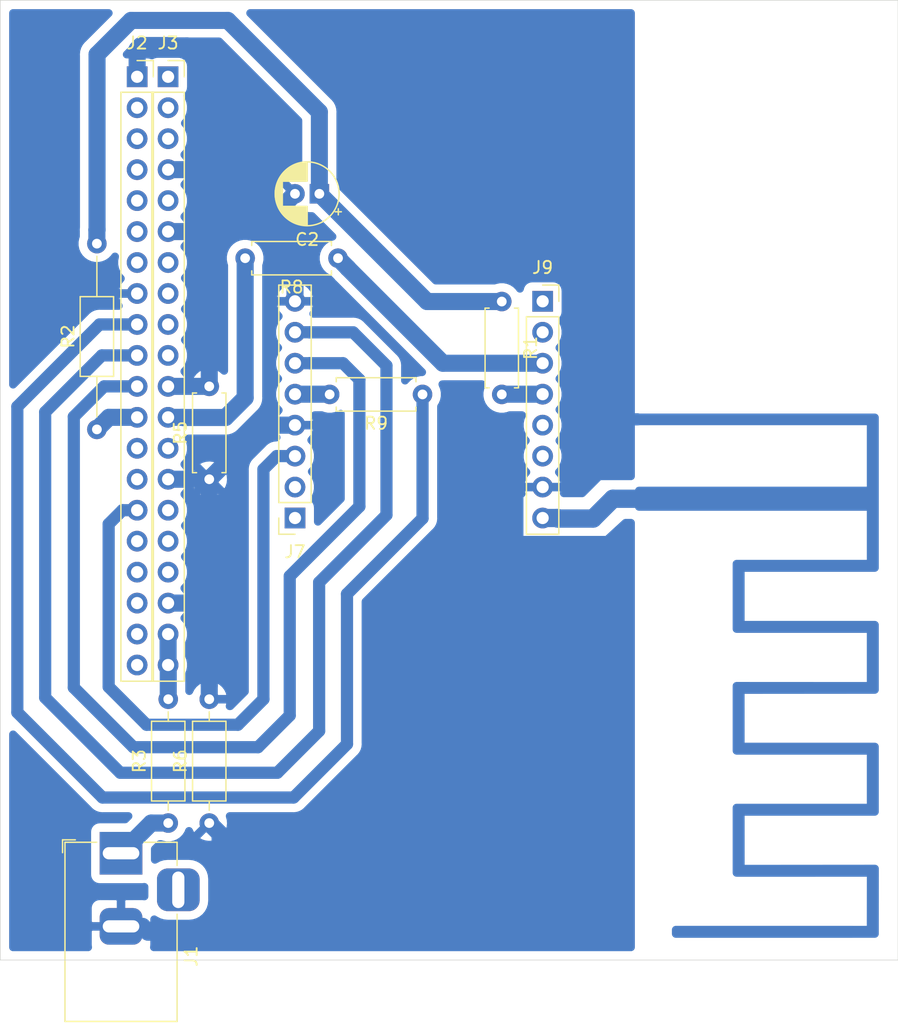
<source format=kicad_pcb>
(kicad_pcb (version 20171130) (host pcbnew "(5.1.5)-3")

  (general
    (thickness 1.6)
    (drawings 4)
    (tracks 113)
    (zones 0)
    (modules 13)
    (nets 46)
  )

  (page A4)
  (layers
    (0 F.Cu signal)
    (31 B.Cu signal)
    (32 B.Adhes user)
    (33 F.Adhes user)
    (34 B.Paste user)
    (35 F.Paste user)
    (36 B.SilkS user)
    (37 F.SilkS user)
    (38 B.Mask user)
    (39 F.Mask user)
    (40 Dwgs.User user)
    (41 Cmts.User user)
    (42 Eco1.User user)
    (43 Eco2.User user)
    (44 Edge.Cuts user)
    (45 Margin user)
    (46 B.CrtYd user)
    (47 F.CrtYd user)
    (48 B.Fab user)
    (49 F.Fab user)
  )

  (setup
    (last_trace_width 0.25)
    (user_trace_width 0.65)
    (user_trace_width 0.7)
    (user_trace_width 0.8)
    (user_trace_width 0.9)
    (user_trace_width 0.95)
    (user_trace_width 1)
    (user_trace_width 1.2)
    (user_trace_width 1.4)
    (user_trace_width 1.5)
    (user_trace_width 2)
    (trace_clearance 0.2)
    (zone_clearance 0.7)
    (zone_45_only no)
    (trace_min 0.2)
    (via_size 0.8)
    (via_drill 0.4)
    (via_min_size 0.4)
    (via_min_drill 0.3)
    (uvia_size 0.3)
    (uvia_drill 0.1)
    (uvias_allowed no)
    (uvia_min_size 0.2)
    (uvia_min_drill 0.1)
    (edge_width 0.05)
    (segment_width 0.2)
    (pcb_text_width 0.3)
    (pcb_text_size 1.5 1.5)
    (mod_edge_width 0.12)
    (mod_text_size 1 1)
    (mod_text_width 0.15)
    (pad_size 1.524 1.524)
    (pad_drill 0.762)
    (pad_to_mask_clearance 0.051)
    (solder_mask_min_width 0.25)
    (aux_axis_origin 0 0)
    (visible_elements 7FFFFFFF)
    (pcbplotparams
      (layerselection 0x01000_fffffffe)
      (usegerberextensions false)
      (usegerberattributes false)
      (usegerberadvancedattributes false)
      (creategerberjobfile false)
      (excludeedgelayer true)
      (linewidth 0.100000)
      (plotframeref false)
      (viasonmask false)
      (mode 1)
      (useauxorigin false)
      (hpglpennumber 1)
      (hpglpenspeed 20)
      (hpglpendiameter 15.000000)
      (psnegative false)
      (psa4output false)
      (plotreference true)
      (plotvalue true)
      (plotinvisibletext false)
      (padsonsilk false)
      (subtractmaskfromsilk false)
      (outputformat 1)
      (mirror false)
      (drillshape 0)
      (scaleselection 1)
      (outputdirectory "../Gerber/SB/"))
  )

  (net 0 "")
  (net 1 "Net-(J1-Pad3)")
  (net 2 "Net-(J2-Pad2)")
  (net 3 "Net-(J3-Pad2)")
  (net 4 "Net-(J3-Pad1)")
  (net 5 "Net-(J7-Pad2)")
  (net 6 "Net-(J7-Pad1)")
  (net 7 "Net-(J9-Pad6)")
  (net 8 "Net-(J9-Pad5)")
  (net 9 "Net-(C2-Pad1)")
  (net 10 "Net-(J9-Pad3)")
  (net 11 "Net-(J9-Pad2)")
  (net 12 "Net-(J9-Pad1)")
  (net 13 "Net-(J1-Pad1)")
  (net 14 "Net-(J2-Pad10)")
  (net 15 "Net-(J2-Pad11)")
  (net 16 "Net-(J7-Pad5)")
  (net 17 "Net-(J2-Pad15)")
  (net 18 "Net-(J2-Pad20)")
  (net 19 "Net-(J2-Pad19)")
  (net 20 "Net-(J2-Pad18)")
  (net 21 "Net-(J2-Pad17)")
  (net 22 "Net-(J2-Pad16)")
  (net 23 "Net-(J2-Pad14)")
  (net 24 "Net-(J2-Pad13)")
  (net 25 "Net-(J2-Pad12)")
  (net 26 "Net-(J2-Pad9)")
  (net 27 "Net-(J2-Pad7)")
  (net 28 "Net-(J2-Pad6)")
  (net 29 "Net-(J2-Pad5)")
  (net 30 "Net-(J2-Pad4)")
  (net 31 "Net-(J2-Pad3)")
  (net 32 "Net-(J3-Pad19)")
  (net 33 "Net-(J3-Pad17)")
  (net 34 "Net-(J3-Pad16)")
  (net 35 "Net-(J3-Pad15)")
  (net 36 "Net-(J3-Pad13)")
  (net 37 "Net-(J3-Pad12)")
  (net 38 "Net-(J3-Pad10)")
  (net 39 "Net-(J3-Pad9)")
  (net 40 "Net-(J3-Pad8)")
  (net 41 "Net-(J3-Pad7)")
  (net 42 "Net-(J3-Pad5)")
  (net 43 "Net-(J3-Pad3)")
  (net 44 "Net-(J9-Pad4)")
  (net 45 /GND)

  (net_class Default "This is the default net class."
    (clearance 0.2)
    (trace_width 0.25)
    (via_dia 0.8)
    (via_drill 0.4)
    (uvia_dia 0.3)
    (uvia_drill 0.1)
    (add_net /GND)
    (add_net "Net-(C2-Pad1)")
    (add_net "Net-(J1-Pad1)")
    (add_net "Net-(J1-Pad3)")
    (add_net "Net-(J2-Pad10)")
    (add_net "Net-(J2-Pad11)")
    (add_net "Net-(J2-Pad12)")
    (add_net "Net-(J2-Pad13)")
    (add_net "Net-(J2-Pad14)")
    (add_net "Net-(J2-Pad15)")
    (add_net "Net-(J2-Pad16)")
    (add_net "Net-(J2-Pad17)")
    (add_net "Net-(J2-Pad18)")
    (add_net "Net-(J2-Pad19)")
    (add_net "Net-(J2-Pad2)")
    (add_net "Net-(J2-Pad20)")
    (add_net "Net-(J2-Pad3)")
    (add_net "Net-(J2-Pad4)")
    (add_net "Net-(J2-Pad5)")
    (add_net "Net-(J2-Pad6)")
    (add_net "Net-(J2-Pad7)")
    (add_net "Net-(J2-Pad9)")
    (add_net "Net-(J3-Pad1)")
    (add_net "Net-(J3-Pad10)")
    (add_net "Net-(J3-Pad12)")
    (add_net "Net-(J3-Pad13)")
    (add_net "Net-(J3-Pad15)")
    (add_net "Net-(J3-Pad16)")
    (add_net "Net-(J3-Pad17)")
    (add_net "Net-(J3-Pad19)")
    (add_net "Net-(J3-Pad2)")
    (add_net "Net-(J3-Pad3)")
    (add_net "Net-(J3-Pad5)")
    (add_net "Net-(J3-Pad7)")
    (add_net "Net-(J3-Pad8)")
    (add_net "Net-(J3-Pad9)")
    (add_net "Net-(J7-Pad1)")
    (add_net "Net-(J7-Pad2)")
    (add_net "Net-(J7-Pad5)")
    (add_net "Net-(J9-Pad1)")
    (add_net "Net-(J9-Pad2)")
    (add_net "Net-(J9-Pad3)")
    (add_net "Net-(J9-Pad4)")
    (add_net "Net-(J9-Pad5)")
    (add_net "Net-(J9-Pad6)")
  )

  (module Resistor_THT:R_Axial_DIN0207_L6.3mm_D2.5mm_P10.16mm_Horizontal (layer F.Cu) (tedit 5AE5139B) (tstamp 5EC5B390)
    (at 141.605 95.4405 90)
    (descr "Resistor, Axial_DIN0207 series, Axial, Horizontal, pin pitch=10.16mm, 0.25W = 1/4W, length*diameter=6.3*2.5mm^2, http://cdn-reichelt.de/documents/datenblatt/B400/1_4W%23YAG.pdf")
    (tags "Resistor Axial_DIN0207 series Axial Horizontal pin pitch 10.16mm 0.25W = 1/4W length 6.3mm diameter 2.5mm")
    (path /5ECD4381)
    (fp_text reference R6 (at 5.08 -2.37 90) (layer F.SilkS)
      (effects (font (size 1 1) (thickness 0.15)))
    )
    (fp_text value 0 (at 5.08 2.37 90) (layer F.Fab)
      (effects (font (size 1 1) (thickness 0.15)))
    )
    (fp_line (start 1.93 -1.25) (end 1.93 1.25) (layer F.Fab) (width 0.1))
    (fp_line (start 1.93 1.25) (end 8.23 1.25) (layer F.Fab) (width 0.1))
    (fp_line (start 8.23 1.25) (end 8.23 -1.25) (layer F.Fab) (width 0.1))
    (fp_line (start 8.23 -1.25) (end 1.93 -1.25) (layer F.Fab) (width 0.1))
    (fp_line (start 0 0) (end 1.93 0) (layer F.Fab) (width 0.1))
    (fp_line (start 10.16 0) (end 8.23 0) (layer F.Fab) (width 0.1))
    (fp_line (start 1.81 -1.37) (end 1.81 1.37) (layer F.SilkS) (width 0.12))
    (fp_line (start 1.81 1.37) (end 8.35 1.37) (layer F.SilkS) (width 0.12))
    (fp_line (start 8.35 1.37) (end 8.35 -1.37) (layer F.SilkS) (width 0.12))
    (fp_line (start 8.35 -1.37) (end 1.81 -1.37) (layer F.SilkS) (width 0.12))
    (fp_line (start 1.04 0) (end 1.81 0) (layer F.SilkS) (width 0.12))
    (fp_line (start 9.12 0) (end 8.35 0) (layer F.SilkS) (width 0.12))
    (fp_line (start -1.05 -1.5) (end -1.05 1.5) (layer F.CrtYd) (width 0.05))
    (fp_line (start -1.05 1.5) (end 11.21 1.5) (layer F.CrtYd) (width 0.05))
    (fp_line (start 11.21 1.5) (end 11.21 -1.5) (layer F.CrtYd) (width 0.05))
    (fp_line (start 11.21 -1.5) (end -1.05 -1.5) (layer F.CrtYd) (width 0.05))
    (fp_text user %R (at 5.08 0 90) (layer F.Fab)
      (effects (font (size 1 1) (thickness 0.15)))
    )
    (pad 1 thru_hole circle (at 0 0 90) (size 1.6 1.6) (drill 0.8) (layers *.Cu *.Mask)
      (net 45 /GND))
    (pad 2 thru_hole oval (at 10.16 0 90) (size 1.6 1.6) (drill 0.8) (layers *.Cu *.Mask)
      (net 45 /GND))
    (model ${KISYS3DMOD}/Resistor_THT.3dshapes/R_Axial_DIN0207_L6.3mm_D2.5mm_P10.16mm_Horizontal.wrl
      (at (xyz 0 0 0))
      (scale (xyz 1 1 1))
      (rotate (xyz 0 0 0))
    )
  )

  (module Resistor_THT:R_Axial_DIN0207_L6.3mm_D2.5mm_P10.16mm_Horizontal (layer F.Cu) (tedit 5AE5139B) (tstamp 5EC5BF82)
    (at 138.2395 95.4405 90)
    (descr "Resistor, Axial_DIN0207 series, Axial, Horizontal, pin pitch=10.16mm, 0.25W = 1/4W, length*diameter=6.3*2.5mm^2, http://cdn-reichelt.de/documents/datenblatt/B400/1_4W%23YAG.pdf")
    (tags "Resistor Axial_DIN0207 series Axial Horizontal pin pitch 10.16mm 0.25W = 1/4W length 6.3mm diameter 2.5mm")
    (path /5ECD3E19)
    (fp_text reference R3 (at 5.08 -2.37 90) (layer F.SilkS)
      (effects (font (size 1 1) (thickness 0.15)))
    )
    (fp_text value 0 (at 5.08 2.37 90) (layer F.Fab)
      (effects (font (size 1 1) (thickness 0.15)))
    )
    (fp_text user %R (at 5.08 0 90) (layer F.Fab)
      (effects (font (size 1 1) (thickness 0.15)))
    )
    (fp_line (start 11.21 -1.5) (end -1.05 -1.5) (layer F.CrtYd) (width 0.05))
    (fp_line (start 11.21 1.5) (end 11.21 -1.5) (layer F.CrtYd) (width 0.05))
    (fp_line (start -1.05 1.5) (end 11.21 1.5) (layer F.CrtYd) (width 0.05))
    (fp_line (start -1.05 -1.5) (end -1.05 1.5) (layer F.CrtYd) (width 0.05))
    (fp_line (start 9.12 0) (end 8.35 0) (layer F.SilkS) (width 0.12))
    (fp_line (start 1.04 0) (end 1.81 0) (layer F.SilkS) (width 0.12))
    (fp_line (start 8.35 -1.37) (end 1.81 -1.37) (layer F.SilkS) (width 0.12))
    (fp_line (start 8.35 1.37) (end 8.35 -1.37) (layer F.SilkS) (width 0.12))
    (fp_line (start 1.81 1.37) (end 8.35 1.37) (layer F.SilkS) (width 0.12))
    (fp_line (start 1.81 -1.37) (end 1.81 1.37) (layer F.SilkS) (width 0.12))
    (fp_line (start 10.16 0) (end 8.23 0) (layer F.Fab) (width 0.1))
    (fp_line (start 0 0) (end 1.93 0) (layer F.Fab) (width 0.1))
    (fp_line (start 8.23 -1.25) (end 1.93 -1.25) (layer F.Fab) (width 0.1))
    (fp_line (start 8.23 1.25) (end 8.23 -1.25) (layer F.Fab) (width 0.1))
    (fp_line (start 1.93 1.25) (end 8.23 1.25) (layer F.Fab) (width 0.1))
    (fp_line (start 1.93 -1.25) (end 1.93 1.25) (layer F.Fab) (width 0.1))
    (pad 2 thru_hole oval (at 10.16 0 90) (size 1.6 1.6) (drill 0.8) (layers *.Cu *.Mask)
      (net 32 "Net-(J3-Pad19)"))
    (pad 1 thru_hole circle (at 0 0 90) (size 1.6 1.6) (drill 0.8) (layers *.Cu *.Mask)
      (net 13 "Net-(J1-Pad1)"))
    (model ${KISYS3DMOD}/Resistor_THT.3dshapes/R_Axial_DIN0207_L6.3mm_D2.5mm_P10.16mm_Horizontal.wrl
      (at (xyz 0 0 0))
      (scale (xyz 1 1 1))
      (rotate (xyz 0 0 0))
    )
  )

  (module Resistor_THT:R_Axial_DIN0207_L6.3mm_D2.5mm_P15.24mm_Horizontal (layer F.Cu) (tedit 5AE5139B) (tstamp 5EC5695A)
    (at 132.3848 63.1444 90)
    (descr "Resistor, Axial_DIN0207 series, Axial, Horizontal, pin pitch=15.24mm, 0.25W = 1/4W, length*diameter=6.3*2.5mm^2, http://cdn-reichelt.de/documents/datenblatt/B400/1_4W%23YAG.pdf")
    (tags "Resistor Axial_DIN0207 series Axial Horizontal pin pitch 15.24mm 0.25W = 1/4W length 6.3mm diameter 2.5mm")
    (path /5ECB243E)
    (fp_text reference R2 (at 7.62 -2.37 90) (layer F.SilkS)
      (effects (font (size 1 1) (thickness 0.15)))
    )
    (fp_text value 0 (at 7.62 2.37 90) (layer F.Fab)
      (effects (font (size 1 1) (thickness 0.15)))
    )
    (fp_text user %R (at 7.62 0 90) (layer F.Fab)
      (effects (font (size 1 1) (thickness 0.15)))
    )
    (fp_line (start 16.29 -1.5) (end -1.05 -1.5) (layer F.CrtYd) (width 0.05))
    (fp_line (start 16.29 1.5) (end 16.29 -1.5) (layer F.CrtYd) (width 0.05))
    (fp_line (start -1.05 1.5) (end 16.29 1.5) (layer F.CrtYd) (width 0.05))
    (fp_line (start -1.05 -1.5) (end -1.05 1.5) (layer F.CrtYd) (width 0.05))
    (fp_line (start 14.2 0) (end 10.89 0) (layer F.SilkS) (width 0.12))
    (fp_line (start 1.04 0) (end 4.35 0) (layer F.SilkS) (width 0.12))
    (fp_line (start 10.89 -1.37) (end 4.35 -1.37) (layer F.SilkS) (width 0.12))
    (fp_line (start 10.89 1.37) (end 10.89 -1.37) (layer F.SilkS) (width 0.12))
    (fp_line (start 4.35 1.37) (end 10.89 1.37) (layer F.SilkS) (width 0.12))
    (fp_line (start 4.35 -1.37) (end 4.35 1.37) (layer F.SilkS) (width 0.12))
    (fp_line (start 15.24 0) (end 10.77 0) (layer F.Fab) (width 0.1))
    (fp_line (start 0 0) (end 4.47 0) (layer F.Fab) (width 0.1))
    (fp_line (start 10.77 -1.25) (end 4.47 -1.25) (layer F.Fab) (width 0.1))
    (fp_line (start 10.77 1.25) (end 10.77 -1.25) (layer F.Fab) (width 0.1))
    (fp_line (start 4.47 1.25) (end 10.77 1.25) (layer F.Fab) (width 0.1))
    (fp_line (start 4.47 -1.25) (end 4.47 1.25) (layer F.Fab) (width 0.1))
    (pad 2 thru_hole oval (at 15.24 0 90) (size 1.6 1.6) (drill 0.8) (layers *.Cu *.Mask)
      (net 9 "Net-(C2-Pad1)"))
    (pad 1 thru_hole circle (at 0 0 90) (size 1.6 1.6) (drill 0.8) (layers *.Cu *.Mask)
      (net 25 "Net-(J2-Pad12)"))
    (model ${KISYS3DMOD}/Resistor_THT.3dshapes/R_Axial_DIN0207_L6.3mm_D2.5mm_P15.24mm_Horizontal.wrl
      (at (xyz 0 0 0))
      (scale (xyz 1 1 1))
      (rotate (xyz 0 0 0))
    )
  )

  (module Resistor_THT:R_Axial_DIN0207_L6.3mm_D2.5mm_P7.62mm_Horizontal (layer F.Cu) (tedit 5AE5139B) (tstamp 5EC5B3D5)
    (at 159.1056 60.2742 180)
    (descr "Resistor, Axial_DIN0207 series, Axial, Horizontal, pin pitch=7.62mm, 0.25W = 1/4W, length*diameter=6.3*2.5mm^2, http://cdn-reichelt.de/documents/datenblatt/B400/1_4W%23YAG.pdf")
    (tags "Resistor Axial_DIN0207 series Axial Horizontal pin pitch 7.62mm 0.25W = 1/4W length 6.3mm diameter 2.5mm")
    (path /5ECAD1AB)
    (fp_text reference R9 (at 3.81 -2.37) (layer F.SilkS)
      (effects (font (size 1 1) (thickness 0.15)))
    )
    (fp_text value 0 (at 3.81 2.37) (layer F.Fab)
      (effects (font (size 1 1) (thickness 0.15)))
    )
    (fp_text user %R (at 3.81 0) (layer F.Fab)
      (effects (font (size 1 1) (thickness 0.15)))
    )
    (fp_line (start 8.67 -1.5) (end -1.05 -1.5) (layer F.CrtYd) (width 0.05))
    (fp_line (start 8.67 1.5) (end 8.67 -1.5) (layer F.CrtYd) (width 0.05))
    (fp_line (start -1.05 1.5) (end 8.67 1.5) (layer F.CrtYd) (width 0.05))
    (fp_line (start -1.05 -1.5) (end -1.05 1.5) (layer F.CrtYd) (width 0.05))
    (fp_line (start 7.08 1.37) (end 7.08 1.04) (layer F.SilkS) (width 0.12))
    (fp_line (start 0.54 1.37) (end 7.08 1.37) (layer F.SilkS) (width 0.12))
    (fp_line (start 0.54 1.04) (end 0.54 1.37) (layer F.SilkS) (width 0.12))
    (fp_line (start 7.08 -1.37) (end 7.08 -1.04) (layer F.SilkS) (width 0.12))
    (fp_line (start 0.54 -1.37) (end 7.08 -1.37) (layer F.SilkS) (width 0.12))
    (fp_line (start 0.54 -1.04) (end 0.54 -1.37) (layer F.SilkS) (width 0.12))
    (fp_line (start 7.62 0) (end 6.96 0) (layer F.Fab) (width 0.1))
    (fp_line (start 0 0) (end 0.66 0) (layer F.Fab) (width 0.1))
    (fp_line (start 6.96 -1.25) (end 0.66 -1.25) (layer F.Fab) (width 0.1))
    (fp_line (start 6.96 1.25) (end 6.96 -1.25) (layer F.Fab) (width 0.1))
    (fp_line (start 0.66 1.25) (end 6.96 1.25) (layer F.Fab) (width 0.1))
    (fp_line (start 0.66 -1.25) (end 0.66 1.25) (layer F.Fab) (width 0.1))
    (pad 2 thru_hole oval (at 7.62 0 180) (size 1.6 1.6) (drill 0.8) (layers *.Cu *.Mask)
      (net 16 "Net-(J7-Pad5)"))
    (pad 1 thru_hole circle (at 0 0 180) (size 1.6 1.6) (drill 0.8) (layers *.Cu *.Mask)
      (net 26 "Net-(J2-Pad9)"))
    (model ${KISYS3DMOD}/Resistor_THT.3dshapes/R_Axial_DIN0207_L6.3mm_D2.5mm_P7.62mm_Horizontal.wrl
      (at (xyz 0 0 0))
      (scale (xyz 1 1 1))
      (rotate (xyz 0 0 0))
    )
  )

  (module Resistor_THT:R_Axial_DIN0207_L6.3mm_D2.5mm_P7.62mm_Horizontal (layer F.Cu) (tedit 5AE5139B) (tstamp 5EC5B3BE)
    (at 152.1714 49.0982 180)
    (descr "Resistor, Axial_DIN0207 series, Axial, Horizontal, pin pitch=7.62mm, 0.25W = 1/4W, length*diameter=6.3*2.5mm^2, http://cdn-reichelt.de/documents/datenblatt/B400/1_4W%23YAG.pdf")
    (tags "Resistor Axial_DIN0207 series Axial Horizontal pin pitch 7.62mm 0.25W = 1/4W length 6.3mm diameter 2.5mm")
    (path /5ECA129E)
    (fp_text reference R8 (at 3.81 -2.37) (layer F.SilkS)
      (effects (font (size 1 1) (thickness 0.15)))
    )
    (fp_text value 0 (at 3.81 2.37) (layer F.Fab)
      (effects (font (size 1 1) (thickness 0.15)))
    )
    (fp_text user %R (at 3.81 0) (layer F.Fab)
      (effects (font (size 1 1) (thickness 0.15)))
    )
    (fp_line (start 8.67 -1.5) (end -1.05 -1.5) (layer F.CrtYd) (width 0.05))
    (fp_line (start 8.67 1.5) (end 8.67 -1.5) (layer F.CrtYd) (width 0.05))
    (fp_line (start -1.05 1.5) (end 8.67 1.5) (layer F.CrtYd) (width 0.05))
    (fp_line (start -1.05 -1.5) (end -1.05 1.5) (layer F.CrtYd) (width 0.05))
    (fp_line (start 7.08 1.37) (end 7.08 1.04) (layer F.SilkS) (width 0.12))
    (fp_line (start 0.54 1.37) (end 7.08 1.37) (layer F.SilkS) (width 0.12))
    (fp_line (start 0.54 1.04) (end 0.54 1.37) (layer F.SilkS) (width 0.12))
    (fp_line (start 7.08 -1.37) (end 7.08 -1.04) (layer F.SilkS) (width 0.12))
    (fp_line (start 0.54 -1.37) (end 7.08 -1.37) (layer F.SilkS) (width 0.12))
    (fp_line (start 0.54 -1.04) (end 0.54 -1.37) (layer F.SilkS) (width 0.12))
    (fp_line (start 7.62 0) (end 6.96 0) (layer F.Fab) (width 0.1))
    (fp_line (start 0 0) (end 0.66 0) (layer F.Fab) (width 0.1))
    (fp_line (start 6.96 -1.25) (end 0.66 -1.25) (layer F.Fab) (width 0.1))
    (fp_line (start 6.96 1.25) (end 6.96 -1.25) (layer F.Fab) (width 0.1))
    (fp_line (start 0.66 1.25) (end 6.96 1.25) (layer F.Fab) (width 0.1))
    (fp_line (start 0.66 -1.25) (end 0.66 1.25) (layer F.Fab) (width 0.1))
    (pad 2 thru_hole oval (at 7.62 0 180) (size 1.6 1.6) (drill 0.8) (layers *.Cu *.Mask)
      (net 37 "Net-(J3-Pad12)"))
    (pad 1 thru_hole circle (at 0 0 180) (size 1.6 1.6) (drill 0.8) (layers *.Cu *.Mask)
      (net 10 "Net-(J9-Pad3)"))
    (model ${KISYS3DMOD}/Resistor_THT.3dshapes/R_Axial_DIN0207_L6.3mm_D2.5mm_P7.62mm_Horizontal.wrl
      (at (xyz 0 0 0))
      (scale (xyz 1 1 1))
      (rotate (xyz 0 0 0))
    )
  )

  (module Resistor_THT:R_Axial_DIN0207_L6.3mm_D2.5mm_P7.62mm_Horizontal (layer F.Cu) (tedit 5AE5139B) (tstamp 5EC5B379)
    (at 141.605 67.2338 90)
    (descr "Resistor, Axial_DIN0207 series, Axial, Horizontal, pin pitch=7.62mm, 0.25W = 1/4W, length*diameter=6.3*2.5mm^2, http://cdn-reichelt.de/documents/datenblatt/B400/1_4W%23YAG.pdf")
    (tags "Resistor Axial_DIN0207 series Axial Horizontal pin pitch 7.62mm 0.25W = 1/4W length 6.3mm diameter 2.5mm")
    (path /5ECDB1DC)
    (fp_text reference R5 (at 3.81 -2.37 90) (layer F.SilkS)
      (effects (font (size 1 1) (thickness 0.15)))
    )
    (fp_text value 0 (at 3.81 2.37 90) (layer F.Fab)
      (effects (font (size 1 1) (thickness 0.15)))
    )
    (fp_text user %R (at 3.81 0 90) (layer F.Fab)
      (effects (font (size 1 1) (thickness 0.15)))
    )
    (fp_line (start 8.67 -1.5) (end -1.05 -1.5) (layer F.CrtYd) (width 0.05))
    (fp_line (start 8.67 1.5) (end 8.67 -1.5) (layer F.CrtYd) (width 0.05))
    (fp_line (start -1.05 1.5) (end 8.67 1.5) (layer F.CrtYd) (width 0.05))
    (fp_line (start -1.05 -1.5) (end -1.05 1.5) (layer F.CrtYd) (width 0.05))
    (fp_line (start 7.08 1.37) (end 7.08 1.04) (layer F.SilkS) (width 0.12))
    (fp_line (start 0.54 1.37) (end 7.08 1.37) (layer F.SilkS) (width 0.12))
    (fp_line (start 0.54 1.04) (end 0.54 1.37) (layer F.SilkS) (width 0.12))
    (fp_line (start 7.08 -1.37) (end 7.08 -1.04) (layer F.SilkS) (width 0.12))
    (fp_line (start 0.54 -1.37) (end 7.08 -1.37) (layer F.SilkS) (width 0.12))
    (fp_line (start 0.54 -1.04) (end 0.54 -1.37) (layer F.SilkS) (width 0.12))
    (fp_line (start 7.62 0) (end 6.96 0) (layer F.Fab) (width 0.1))
    (fp_line (start 0 0) (end 0.66 0) (layer F.Fab) (width 0.1))
    (fp_line (start 6.96 -1.25) (end 0.66 -1.25) (layer F.Fab) (width 0.1))
    (fp_line (start 6.96 1.25) (end 6.96 -1.25) (layer F.Fab) (width 0.1))
    (fp_line (start 0.66 1.25) (end 6.96 1.25) (layer F.Fab) (width 0.1))
    (fp_line (start 0.66 -1.25) (end 0.66 1.25) (layer F.Fab) (width 0.1))
    (pad 2 thru_hole oval (at 7.62 0 90) (size 1.6 1.6) (drill 0.8) (layers *.Cu *.Mask)
      (net 45 /GND))
    (pad 1 thru_hole circle (at 0 0 90) (size 1.6 1.6) (drill 0.8) (layers *.Cu *.Mask)
      (net 45 /GND))
    (model ${KISYS3DMOD}/Resistor_THT.3dshapes/R_Axial_DIN0207_L6.3mm_D2.5mm_P7.62mm_Horizontal.wrl
      (at (xyz 0 0 0))
      (scale (xyz 1 1 1))
      (rotate (xyz 0 0 0))
    )
  )

  (module Connector_BarrelJack:BarrelJack_Horizontal (layer F.Cu) (tedit 5A1DBF6A) (tstamp 5EB22123)
    (at 134.366 97.917 90)
    (descr "DC Barrel Jack")
    (tags "Power Jack")
    (path /5EB23CB4)
    (fp_text reference J1 (at -8.45 5.75 90) (layer F.SilkS)
      (effects (font (size 1 1) (thickness 0.15)))
    )
    (fp_text value Jack-DC (at -6.2 -5.5 90) (layer F.Fab)
      (effects (font (size 1 1) (thickness 0.15)))
    )
    (fp_line (start 0 -4.5) (end -13.7 -4.5) (layer F.Fab) (width 0.1))
    (fp_line (start 0.8 4.5) (end 0.8 -3.75) (layer F.Fab) (width 0.1))
    (fp_line (start -13.7 4.5) (end 0.8 4.5) (layer F.Fab) (width 0.1))
    (fp_line (start -13.7 -4.5) (end -13.7 4.5) (layer F.Fab) (width 0.1))
    (fp_line (start -10.2 -4.5) (end -10.2 4.5) (layer F.Fab) (width 0.1))
    (fp_line (start 0.9 -4.6) (end 0.9 -2) (layer F.SilkS) (width 0.12))
    (fp_line (start -13.8 -4.6) (end 0.9 -4.6) (layer F.SilkS) (width 0.12))
    (fp_line (start 0.9 4.6) (end -1 4.6) (layer F.SilkS) (width 0.12))
    (fp_line (start 0.9 1.9) (end 0.9 4.6) (layer F.SilkS) (width 0.12))
    (fp_line (start -13.8 4.6) (end -13.8 -4.6) (layer F.SilkS) (width 0.12))
    (fp_line (start -5 4.6) (end -13.8 4.6) (layer F.SilkS) (width 0.12))
    (fp_line (start -14 4.75) (end -14 -4.75) (layer F.CrtYd) (width 0.05))
    (fp_line (start -5 4.75) (end -14 4.75) (layer F.CrtYd) (width 0.05))
    (fp_line (start -5 6.75) (end -5 4.75) (layer F.CrtYd) (width 0.05))
    (fp_line (start -1 6.75) (end -5 6.75) (layer F.CrtYd) (width 0.05))
    (fp_line (start -1 4.75) (end -1 6.75) (layer F.CrtYd) (width 0.05))
    (fp_line (start 1 4.75) (end -1 4.75) (layer F.CrtYd) (width 0.05))
    (fp_line (start 1 2) (end 1 4.75) (layer F.CrtYd) (width 0.05))
    (fp_line (start 2 2) (end 1 2) (layer F.CrtYd) (width 0.05))
    (fp_line (start 2 -2) (end 2 2) (layer F.CrtYd) (width 0.05))
    (fp_line (start 1 -2) (end 2 -2) (layer F.CrtYd) (width 0.05))
    (fp_line (start 1 -4.5) (end 1 -2) (layer F.CrtYd) (width 0.05))
    (fp_line (start 1 -4.75) (end -14 -4.75) (layer F.CrtYd) (width 0.05))
    (fp_line (start 1 -4.5) (end 1 -4.75) (layer F.CrtYd) (width 0.05))
    (fp_line (start 0.05 -4.8) (end 1.1 -4.8) (layer F.SilkS) (width 0.12))
    (fp_line (start 1.1 -3.75) (end 1.1 -4.8) (layer F.SilkS) (width 0.12))
    (fp_line (start -0.003213 -4.505425) (end 0.8 -3.75) (layer F.Fab) (width 0.1))
    (fp_text user %R (at -3 -2.95 90) (layer F.Fab)
      (effects (font (size 1 1) (thickness 0.15)))
    )
    (pad 3 thru_hole roundrect (at -3 4.7 90) (size 3.5 3.5) (drill oval 3 1) (layers *.Cu *.Mask) (roundrect_rratio 0.25)
      (net 1 "Net-(J1-Pad3)"))
    (pad 2 thru_hole roundrect (at -6 0 90) (size 3 3.5) (drill oval 1 3) (layers *.Cu *.Mask) (roundrect_rratio 0.25)
      (net 45 /GND))
    (pad 1 thru_hole rect (at 0 0 90) (size 3.5 3.5) (drill oval 1 3) (layers *.Cu *.Mask)
      (net 13 "Net-(J1-Pad1)"))
    (model ${KISYS3DMOD}/Connector_BarrelJack.3dshapes/BarrelJack_Horizontal.wrl
      (at (xyz 0 0 0))
      (scale (xyz 1 1 1))
      (rotate (xyz 0 0 0))
    )
  )

  (module Resistor_THT:R_Axial_DIN0207_L6.3mm_D2.5mm_P7.62mm_Horizontal (layer F.Cu) (tedit 5AE5139B) (tstamp 5EC56943)
    (at 165.608 52.6542 270)
    (descr "Resistor, Axial_DIN0207 series, Axial, Horizontal, pin pitch=7.62mm, 0.25W = 1/4W, length*diameter=6.3*2.5mm^2, http://cdn-reichelt.de/documents/datenblatt/B400/1_4W%23YAG.pdf")
    (tags "Resistor Axial_DIN0207 series Axial Horizontal pin pitch 7.62mm 0.25W = 1/4W length 6.3mm diameter 2.5mm")
    (path /5ECAEBB0)
    (fp_text reference R1 (at 3.81 -2.37 90) (layer F.SilkS)
      (effects (font (size 1 1) (thickness 0.15)))
    )
    (fp_text value 0 (at 3.81 2.37 90) (layer F.Fab)
      (effects (font (size 1 1) (thickness 0.15)))
    )
    (fp_text user %R (at 3.81 0 90) (layer F.Fab)
      (effects (font (size 1 1) (thickness 0.15)))
    )
    (fp_line (start 8.67 -1.5) (end -1.05 -1.5) (layer F.CrtYd) (width 0.05))
    (fp_line (start 8.67 1.5) (end 8.67 -1.5) (layer F.CrtYd) (width 0.05))
    (fp_line (start -1.05 1.5) (end 8.67 1.5) (layer F.CrtYd) (width 0.05))
    (fp_line (start -1.05 -1.5) (end -1.05 1.5) (layer F.CrtYd) (width 0.05))
    (fp_line (start 7.08 1.37) (end 7.08 1.04) (layer F.SilkS) (width 0.12))
    (fp_line (start 0.54 1.37) (end 7.08 1.37) (layer F.SilkS) (width 0.12))
    (fp_line (start 0.54 1.04) (end 0.54 1.37) (layer F.SilkS) (width 0.12))
    (fp_line (start 7.08 -1.37) (end 7.08 -1.04) (layer F.SilkS) (width 0.12))
    (fp_line (start 0.54 -1.37) (end 7.08 -1.37) (layer F.SilkS) (width 0.12))
    (fp_line (start 0.54 -1.04) (end 0.54 -1.37) (layer F.SilkS) (width 0.12))
    (fp_line (start 7.62 0) (end 6.96 0) (layer F.Fab) (width 0.1))
    (fp_line (start 0 0) (end 0.66 0) (layer F.Fab) (width 0.1))
    (fp_line (start 6.96 -1.25) (end 0.66 -1.25) (layer F.Fab) (width 0.1))
    (fp_line (start 6.96 1.25) (end 6.96 -1.25) (layer F.Fab) (width 0.1))
    (fp_line (start 0.66 1.25) (end 6.96 1.25) (layer F.Fab) (width 0.1))
    (fp_line (start 0.66 -1.25) (end 0.66 1.25) (layer F.Fab) (width 0.1))
    (pad 2 thru_hole oval (at 7.62 0 270) (size 1.6 1.6) (drill 0.8) (layers *.Cu *.Mask)
      (net 44 "Net-(J9-Pad4)"))
    (pad 1 thru_hole circle (at 0 0 270) (size 1.6 1.6) (drill 0.8) (layers *.Cu *.Mask)
      (net 9 "Net-(C2-Pad1)"))
    (model ${KISYS3DMOD}/Resistor_THT.3dshapes/R_Axial_DIN0207_L6.3mm_D2.5mm_P7.62mm_Horizontal.wrl
      (at (xyz 0 0 0))
      (scale (xyz 1 1 1))
      (rotate (xyz 0 0 0))
    )
  )

  (module Connector_PinSocket_2.54mm:PinSocket_1x20_P2.54mm_Vertical (layer F.Cu) (tedit 5A19A41E) (tstamp 5EC568C0)
    (at 138.2268 34.2138)
    (descr "Through hole straight socket strip, 1x20, 2.54mm pitch, single row (from Kicad 4.0.7), script generated")
    (tags "Through hole socket strip THT 1x20 2.54mm single row")
    (path /5EC8E9AD)
    (fp_text reference J3 (at 0 -2.77) (layer F.SilkS)
      (effects (font (size 1 1) (thickness 0.15)))
    )
    (fp_text value Conn_01x20 (at 0 51.03) (layer F.Fab)
      (effects (font (size 1 1) (thickness 0.15)))
    )
    (fp_text user %R (at 0 24.13 90) (layer F.Fab)
      (effects (font (size 1 1) (thickness 0.15)))
    )
    (fp_line (start -1.8 50) (end -1.8 -1.8) (layer F.CrtYd) (width 0.05))
    (fp_line (start 1.75 50) (end -1.8 50) (layer F.CrtYd) (width 0.05))
    (fp_line (start 1.75 -1.8) (end 1.75 50) (layer F.CrtYd) (width 0.05))
    (fp_line (start -1.8 -1.8) (end 1.75 -1.8) (layer F.CrtYd) (width 0.05))
    (fp_line (start 0 -1.33) (end 1.33 -1.33) (layer F.SilkS) (width 0.12))
    (fp_line (start 1.33 -1.33) (end 1.33 0) (layer F.SilkS) (width 0.12))
    (fp_line (start 1.33 1.27) (end 1.33 49.59) (layer F.SilkS) (width 0.12))
    (fp_line (start -1.33 49.59) (end 1.33 49.59) (layer F.SilkS) (width 0.12))
    (fp_line (start -1.33 1.27) (end -1.33 49.59) (layer F.SilkS) (width 0.12))
    (fp_line (start -1.33 1.27) (end 1.33 1.27) (layer F.SilkS) (width 0.12))
    (fp_line (start -1.27 49.53) (end -1.27 -1.27) (layer F.Fab) (width 0.1))
    (fp_line (start 1.27 49.53) (end -1.27 49.53) (layer F.Fab) (width 0.1))
    (fp_line (start 1.27 -0.635) (end 1.27 49.53) (layer F.Fab) (width 0.1))
    (fp_line (start 0.635 -1.27) (end 1.27 -0.635) (layer F.Fab) (width 0.1))
    (fp_line (start -1.27 -1.27) (end 0.635 -1.27) (layer F.Fab) (width 0.1))
    (pad 20 thru_hole oval (at 0 48.26) (size 1.7 1.7) (drill 1) (layers *.Cu *.Mask)
      (net 32 "Net-(J3-Pad19)"))
    (pad 19 thru_hole oval (at 0 45.72) (size 1.7 1.7) (drill 1) (layers *.Cu *.Mask)
      (net 32 "Net-(J3-Pad19)"))
    (pad 18 thru_hole oval (at 0 43.18) (size 1.7 1.7) (drill 1) (layers *.Cu *.Mask)
      (net 45 /GND))
    (pad 17 thru_hole oval (at 0 40.64) (size 1.7 1.7) (drill 1) (layers *.Cu *.Mask)
      (net 33 "Net-(J3-Pad17)"))
    (pad 16 thru_hole oval (at 0 38.1) (size 1.7 1.7) (drill 1) (layers *.Cu *.Mask)
      (net 34 "Net-(J3-Pad16)"))
    (pad 15 thru_hole oval (at 0 35.56) (size 1.7 1.7) (drill 1) (layers *.Cu *.Mask)
      (net 35 "Net-(J3-Pad15)"))
    (pad 14 thru_hole oval (at 0 33.02) (size 1.7 1.7) (drill 1) (layers *.Cu *.Mask)
      (net 45 /GND))
    (pad 13 thru_hole oval (at 0 30.48) (size 1.7 1.7) (drill 1) (layers *.Cu *.Mask)
      (net 36 "Net-(J3-Pad13)"))
    (pad 12 thru_hole oval (at 0 27.94) (size 1.7 1.7) (drill 1) (layers *.Cu *.Mask)
      (net 37 "Net-(J3-Pad12)"))
    (pad 11 thru_hole oval (at 0 25.4) (size 1.7 1.7) (drill 1) (layers *.Cu *.Mask)
      (net 45 /GND))
    (pad 10 thru_hole oval (at 0 22.86) (size 1.7 1.7) (drill 1) (layers *.Cu *.Mask)
      (net 38 "Net-(J3-Pad10)"))
    (pad 9 thru_hole oval (at 0 20.32) (size 1.7 1.7) (drill 1) (layers *.Cu *.Mask)
      (net 39 "Net-(J3-Pad9)"))
    (pad 8 thru_hole oval (at 0 17.78) (size 1.7 1.7) (drill 1) (layers *.Cu *.Mask)
      (net 40 "Net-(J3-Pad8)"))
    (pad 7 thru_hole oval (at 0 15.24) (size 1.7 1.7) (drill 1) (layers *.Cu *.Mask)
      (net 41 "Net-(J3-Pad7)"))
    (pad 6 thru_hole oval (at 0 12.7) (size 1.7 1.7) (drill 1) (layers *.Cu *.Mask)
      (net 45 /GND))
    (pad 5 thru_hole oval (at 0 10.16) (size 1.7 1.7) (drill 1) (layers *.Cu *.Mask)
      (net 42 "Net-(J3-Pad5)"))
    (pad 4 thru_hole oval (at 0 7.62) (size 1.7 1.7) (drill 1) (layers *.Cu *.Mask)
      (net 45 /GND))
    (pad 3 thru_hole oval (at 0 5.08) (size 1.7 1.7) (drill 1) (layers *.Cu *.Mask)
      (net 43 "Net-(J3-Pad3)"))
    (pad 2 thru_hole oval (at 0 2.54) (size 1.7 1.7) (drill 1) (layers *.Cu *.Mask)
      (net 3 "Net-(J3-Pad2)"))
    (pad 1 thru_hole rect (at 0 0) (size 1.7 1.7) (drill 1) (layers *.Cu *.Mask)
      (net 4 "Net-(J3-Pad1)"))
    (model ${KISYS3DMOD}/Connector_PinSocket_2.54mm.3dshapes/PinSocket_1x20_P2.54mm_Vertical.wrl
      (at (xyz 0 0 0))
      (scale (xyz 1 1 1))
      (rotate (xyz 0 0 0))
    )
  )

  (module Connector_PinSocket_2.54mm:PinSocket_1x20_P2.54mm_Vertical (layer F.Cu) (tedit 5A19A41E) (tstamp 5EC56898)
    (at 135.6868 34.2138)
    (descr "Through hole straight socket strip, 1x20, 2.54mm pitch, single row (from Kicad 4.0.7), script generated")
    (tags "Through hole socket strip THT 1x20 2.54mm single row")
    (path /5EC90BD2)
    (fp_text reference J2 (at 0 -2.77) (layer F.SilkS)
      (effects (font (size 1 1) (thickness 0.15)))
    )
    (fp_text value Conn_01x20 (at 0 51.03) (layer F.Fab)
      (effects (font (size 1 1) (thickness 0.15)))
    )
    (fp_text user %R (at 0 24.13 90) (layer F.Fab)
      (effects (font (size 1 1) (thickness 0.15)))
    )
    (fp_line (start -1.8 50) (end -1.8 -1.8) (layer F.CrtYd) (width 0.05))
    (fp_line (start 1.75 50) (end -1.8 50) (layer F.CrtYd) (width 0.05))
    (fp_line (start 1.75 -1.8) (end 1.75 50) (layer F.CrtYd) (width 0.05))
    (fp_line (start -1.8 -1.8) (end 1.75 -1.8) (layer F.CrtYd) (width 0.05))
    (fp_line (start 0 -1.33) (end 1.33 -1.33) (layer F.SilkS) (width 0.12))
    (fp_line (start 1.33 -1.33) (end 1.33 0) (layer F.SilkS) (width 0.12))
    (fp_line (start 1.33 1.27) (end 1.33 49.59) (layer F.SilkS) (width 0.12))
    (fp_line (start -1.33 49.59) (end 1.33 49.59) (layer F.SilkS) (width 0.12))
    (fp_line (start -1.33 1.27) (end -1.33 49.59) (layer F.SilkS) (width 0.12))
    (fp_line (start -1.33 1.27) (end 1.33 1.27) (layer F.SilkS) (width 0.12))
    (fp_line (start -1.27 49.53) (end -1.27 -1.27) (layer F.Fab) (width 0.1))
    (fp_line (start 1.27 49.53) (end -1.27 49.53) (layer F.Fab) (width 0.1))
    (fp_line (start 1.27 -0.635) (end 1.27 49.53) (layer F.Fab) (width 0.1))
    (fp_line (start 0.635 -1.27) (end 1.27 -0.635) (layer F.Fab) (width 0.1))
    (fp_line (start -1.27 -1.27) (end 0.635 -1.27) (layer F.Fab) (width 0.1))
    (pad 20 thru_hole oval (at 0 48.26) (size 1.7 1.7) (drill 1) (layers *.Cu *.Mask)
      (net 18 "Net-(J2-Pad20)"))
    (pad 19 thru_hole oval (at 0 45.72) (size 1.7 1.7) (drill 1) (layers *.Cu *.Mask)
      (net 19 "Net-(J2-Pad19)"))
    (pad 18 thru_hole oval (at 0 43.18) (size 1.7 1.7) (drill 1) (layers *.Cu *.Mask)
      (net 20 "Net-(J2-Pad18)"))
    (pad 17 thru_hole oval (at 0 40.64) (size 1.7 1.7) (drill 1) (layers *.Cu *.Mask)
      (net 21 "Net-(J2-Pad17)"))
    (pad 16 thru_hole oval (at 0 38.1) (size 1.7 1.7) (drill 1) (layers *.Cu *.Mask)
      (net 22 "Net-(J2-Pad16)"))
    (pad 15 thru_hole oval (at 0 35.56) (size 1.7 1.7) (drill 1) (layers *.Cu *.Mask)
      (net 17 "Net-(J2-Pad15)"))
    (pad 14 thru_hole oval (at 0 33.02) (size 1.7 1.7) (drill 1) (layers *.Cu *.Mask)
      (net 23 "Net-(J2-Pad14)"))
    (pad 13 thru_hole oval (at 0 30.48) (size 1.7 1.7) (drill 1) (layers *.Cu *.Mask)
      (net 24 "Net-(J2-Pad13)"))
    (pad 12 thru_hole oval (at 0 27.94) (size 1.7 1.7) (drill 1) (layers *.Cu *.Mask)
      (net 25 "Net-(J2-Pad12)"))
    (pad 11 thru_hole oval (at 0 25.4) (size 1.7 1.7) (drill 1) (layers *.Cu *.Mask)
      (net 15 "Net-(J2-Pad11)"))
    (pad 10 thru_hole oval (at 0 22.86) (size 1.7 1.7) (drill 1) (layers *.Cu *.Mask)
      (net 14 "Net-(J2-Pad10)"))
    (pad 9 thru_hole oval (at 0 20.32) (size 1.7 1.7) (drill 1) (layers *.Cu *.Mask)
      (net 26 "Net-(J2-Pad9)"))
    (pad 8 thru_hole oval (at 0 17.78) (size 1.7 1.7) (drill 1) (layers *.Cu *.Mask)
      (net 45 /GND))
    (pad 7 thru_hole oval (at 0 15.24) (size 1.7 1.7) (drill 1) (layers *.Cu *.Mask)
      (net 27 "Net-(J2-Pad7)"))
    (pad 6 thru_hole oval (at 0 12.7) (size 1.7 1.7) (drill 1) (layers *.Cu *.Mask)
      (net 28 "Net-(J2-Pad6)"))
    (pad 5 thru_hole oval (at 0 10.16) (size 1.7 1.7) (drill 1) (layers *.Cu *.Mask)
      (net 29 "Net-(J2-Pad5)"))
    (pad 4 thru_hole oval (at 0 7.62) (size 1.7 1.7) (drill 1) (layers *.Cu *.Mask)
      (net 30 "Net-(J2-Pad4)"))
    (pad 3 thru_hole oval (at 0 5.08) (size 1.7 1.7) (drill 1) (layers *.Cu *.Mask)
      (net 31 "Net-(J2-Pad3)"))
    (pad 2 thru_hole oval (at 0 2.54) (size 1.7 1.7) (drill 1) (layers *.Cu *.Mask)
      (net 2 "Net-(J2-Pad2)"))
    (pad 1 thru_hole rect (at 0 0) (size 1.7 1.7) (drill 1) (layers *.Cu *.Mask)
      (net 45 /GND))
    (model ${KISYS3DMOD}/Connector_PinSocket_2.54mm.3dshapes/PinSocket_1x20_P2.54mm_Vertical.wrl
      (at (xyz 0 0 0))
      (scale (xyz 1 1 1))
      (rotate (xyz 0 0 0))
    )
  )

  (module Capacitor_THT:CP_Radial_D5.0mm_P2.00mm (layer F.Cu) (tedit 5AE50EF0) (tstamp 5EC566D9)
    (at 150.63978 43.815 180)
    (descr "CP, Radial series, Radial, pin pitch=2.00mm, , diameter=5mm, Electrolytic Capacitor")
    (tags "CP Radial series Radial pin pitch 2.00mm  diameter 5mm Electrolytic Capacitor")
    (path /5EBFCFF3)
    (fp_text reference C2 (at 1 -3.75) (layer F.SilkS)
      (effects (font (size 1 1) (thickness 0.15)))
    )
    (fp_text value 2.2uF (at 1 3.75) (layer F.Fab)
      (effects (font (size 1 1) (thickness 0.15)))
    )
    (fp_text user %R (at 1 0) (layer F.Fab)
      (effects (font (size 1 1) (thickness 0.15)))
    )
    (fp_line (start -1.554775 -1.725) (end -1.554775 -1.225) (layer F.SilkS) (width 0.12))
    (fp_line (start -1.804775 -1.475) (end -1.304775 -1.475) (layer F.SilkS) (width 0.12))
    (fp_line (start 3.601 -0.284) (end 3.601 0.284) (layer F.SilkS) (width 0.12))
    (fp_line (start 3.561 -0.518) (end 3.561 0.518) (layer F.SilkS) (width 0.12))
    (fp_line (start 3.521 -0.677) (end 3.521 0.677) (layer F.SilkS) (width 0.12))
    (fp_line (start 3.481 -0.805) (end 3.481 0.805) (layer F.SilkS) (width 0.12))
    (fp_line (start 3.441 -0.915) (end 3.441 0.915) (layer F.SilkS) (width 0.12))
    (fp_line (start 3.401 -1.011) (end 3.401 1.011) (layer F.SilkS) (width 0.12))
    (fp_line (start 3.361 -1.098) (end 3.361 1.098) (layer F.SilkS) (width 0.12))
    (fp_line (start 3.321 -1.178) (end 3.321 1.178) (layer F.SilkS) (width 0.12))
    (fp_line (start 3.281 -1.251) (end 3.281 1.251) (layer F.SilkS) (width 0.12))
    (fp_line (start 3.241 -1.319) (end 3.241 1.319) (layer F.SilkS) (width 0.12))
    (fp_line (start 3.201 -1.383) (end 3.201 1.383) (layer F.SilkS) (width 0.12))
    (fp_line (start 3.161 -1.443) (end 3.161 1.443) (layer F.SilkS) (width 0.12))
    (fp_line (start 3.121 -1.5) (end 3.121 1.5) (layer F.SilkS) (width 0.12))
    (fp_line (start 3.081 -1.554) (end 3.081 1.554) (layer F.SilkS) (width 0.12))
    (fp_line (start 3.041 -1.605) (end 3.041 1.605) (layer F.SilkS) (width 0.12))
    (fp_line (start 3.001 1.04) (end 3.001 1.653) (layer F.SilkS) (width 0.12))
    (fp_line (start 3.001 -1.653) (end 3.001 -1.04) (layer F.SilkS) (width 0.12))
    (fp_line (start 2.961 1.04) (end 2.961 1.699) (layer F.SilkS) (width 0.12))
    (fp_line (start 2.961 -1.699) (end 2.961 -1.04) (layer F.SilkS) (width 0.12))
    (fp_line (start 2.921 1.04) (end 2.921 1.743) (layer F.SilkS) (width 0.12))
    (fp_line (start 2.921 -1.743) (end 2.921 -1.04) (layer F.SilkS) (width 0.12))
    (fp_line (start 2.881 1.04) (end 2.881 1.785) (layer F.SilkS) (width 0.12))
    (fp_line (start 2.881 -1.785) (end 2.881 -1.04) (layer F.SilkS) (width 0.12))
    (fp_line (start 2.841 1.04) (end 2.841 1.826) (layer F.SilkS) (width 0.12))
    (fp_line (start 2.841 -1.826) (end 2.841 -1.04) (layer F.SilkS) (width 0.12))
    (fp_line (start 2.801 1.04) (end 2.801 1.864) (layer F.SilkS) (width 0.12))
    (fp_line (start 2.801 -1.864) (end 2.801 -1.04) (layer F.SilkS) (width 0.12))
    (fp_line (start 2.761 1.04) (end 2.761 1.901) (layer F.SilkS) (width 0.12))
    (fp_line (start 2.761 -1.901) (end 2.761 -1.04) (layer F.SilkS) (width 0.12))
    (fp_line (start 2.721 1.04) (end 2.721 1.937) (layer F.SilkS) (width 0.12))
    (fp_line (start 2.721 -1.937) (end 2.721 -1.04) (layer F.SilkS) (width 0.12))
    (fp_line (start 2.681 1.04) (end 2.681 1.971) (layer F.SilkS) (width 0.12))
    (fp_line (start 2.681 -1.971) (end 2.681 -1.04) (layer F.SilkS) (width 0.12))
    (fp_line (start 2.641 1.04) (end 2.641 2.004) (layer F.SilkS) (width 0.12))
    (fp_line (start 2.641 -2.004) (end 2.641 -1.04) (layer F.SilkS) (width 0.12))
    (fp_line (start 2.601 1.04) (end 2.601 2.035) (layer F.SilkS) (width 0.12))
    (fp_line (start 2.601 -2.035) (end 2.601 -1.04) (layer F.SilkS) (width 0.12))
    (fp_line (start 2.561 1.04) (end 2.561 2.065) (layer F.SilkS) (width 0.12))
    (fp_line (start 2.561 -2.065) (end 2.561 -1.04) (layer F.SilkS) (width 0.12))
    (fp_line (start 2.521 1.04) (end 2.521 2.095) (layer F.SilkS) (width 0.12))
    (fp_line (start 2.521 -2.095) (end 2.521 -1.04) (layer F.SilkS) (width 0.12))
    (fp_line (start 2.481 1.04) (end 2.481 2.122) (layer F.SilkS) (width 0.12))
    (fp_line (start 2.481 -2.122) (end 2.481 -1.04) (layer F.SilkS) (width 0.12))
    (fp_line (start 2.441 1.04) (end 2.441 2.149) (layer F.SilkS) (width 0.12))
    (fp_line (start 2.441 -2.149) (end 2.441 -1.04) (layer F.SilkS) (width 0.12))
    (fp_line (start 2.401 1.04) (end 2.401 2.175) (layer F.SilkS) (width 0.12))
    (fp_line (start 2.401 -2.175) (end 2.401 -1.04) (layer F.SilkS) (width 0.12))
    (fp_line (start 2.361 1.04) (end 2.361 2.2) (layer F.SilkS) (width 0.12))
    (fp_line (start 2.361 -2.2) (end 2.361 -1.04) (layer F.SilkS) (width 0.12))
    (fp_line (start 2.321 1.04) (end 2.321 2.224) (layer F.SilkS) (width 0.12))
    (fp_line (start 2.321 -2.224) (end 2.321 -1.04) (layer F.SilkS) (width 0.12))
    (fp_line (start 2.281 1.04) (end 2.281 2.247) (layer F.SilkS) (width 0.12))
    (fp_line (start 2.281 -2.247) (end 2.281 -1.04) (layer F.SilkS) (width 0.12))
    (fp_line (start 2.241 1.04) (end 2.241 2.268) (layer F.SilkS) (width 0.12))
    (fp_line (start 2.241 -2.268) (end 2.241 -1.04) (layer F.SilkS) (width 0.12))
    (fp_line (start 2.201 1.04) (end 2.201 2.29) (layer F.SilkS) (width 0.12))
    (fp_line (start 2.201 -2.29) (end 2.201 -1.04) (layer F.SilkS) (width 0.12))
    (fp_line (start 2.161 1.04) (end 2.161 2.31) (layer F.SilkS) (width 0.12))
    (fp_line (start 2.161 -2.31) (end 2.161 -1.04) (layer F.SilkS) (width 0.12))
    (fp_line (start 2.121 1.04) (end 2.121 2.329) (layer F.SilkS) (width 0.12))
    (fp_line (start 2.121 -2.329) (end 2.121 -1.04) (layer F.SilkS) (width 0.12))
    (fp_line (start 2.081 1.04) (end 2.081 2.348) (layer F.SilkS) (width 0.12))
    (fp_line (start 2.081 -2.348) (end 2.081 -1.04) (layer F.SilkS) (width 0.12))
    (fp_line (start 2.041 1.04) (end 2.041 2.365) (layer F.SilkS) (width 0.12))
    (fp_line (start 2.041 -2.365) (end 2.041 -1.04) (layer F.SilkS) (width 0.12))
    (fp_line (start 2.001 1.04) (end 2.001 2.382) (layer F.SilkS) (width 0.12))
    (fp_line (start 2.001 -2.382) (end 2.001 -1.04) (layer F.SilkS) (width 0.12))
    (fp_line (start 1.961 1.04) (end 1.961 2.398) (layer F.SilkS) (width 0.12))
    (fp_line (start 1.961 -2.398) (end 1.961 -1.04) (layer F.SilkS) (width 0.12))
    (fp_line (start 1.921 1.04) (end 1.921 2.414) (layer F.SilkS) (width 0.12))
    (fp_line (start 1.921 -2.414) (end 1.921 -1.04) (layer F.SilkS) (width 0.12))
    (fp_line (start 1.881 1.04) (end 1.881 2.428) (layer F.SilkS) (width 0.12))
    (fp_line (start 1.881 -2.428) (end 1.881 -1.04) (layer F.SilkS) (width 0.12))
    (fp_line (start 1.841 1.04) (end 1.841 2.442) (layer F.SilkS) (width 0.12))
    (fp_line (start 1.841 -2.442) (end 1.841 -1.04) (layer F.SilkS) (width 0.12))
    (fp_line (start 1.801 1.04) (end 1.801 2.455) (layer F.SilkS) (width 0.12))
    (fp_line (start 1.801 -2.455) (end 1.801 -1.04) (layer F.SilkS) (width 0.12))
    (fp_line (start 1.761 1.04) (end 1.761 2.468) (layer F.SilkS) (width 0.12))
    (fp_line (start 1.761 -2.468) (end 1.761 -1.04) (layer F.SilkS) (width 0.12))
    (fp_line (start 1.721 1.04) (end 1.721 2.48) (layer F.SilkS) (width 0.12))
    (fp_line (start 1.721 -2.48) (end 1.721 -1.04) (layer F.SilkS) (width 0.12))
    (fp_line (start 1.68 1.04) (end 1.68 2.491) (layer F.SilkS) (width 0.12))
    (fp_line (start 1.68 -2.491) (end 1.68 -1.04) (layer F.SilkS) (width 0.12))
    (fp_line (start 1.64 1.04) (end 1.64 2.501) (layer F.SilkS) (width 0.12))
    (fp_line (start 1.64 -2.501) (end 1.64 -1.04) (layer F.SilkS) (width 0.12))
    (fp_line (start 1.6 1.04) (end 1.6 2.511) (layer F.SilkS) (width 0.12))
    (fp_line (start 1.6 -2.511) (end 1.6 -1.04) (layer F.SilkS) (width 0.12))
    (fp_line (start 1.56 1.04) (end 1.56 2.52) (layer F.SilkS) (width 0.12))
    (fp_line (start 1.56 -2.52) (end 1.56 -1.04) (layer F.SilkS) (width 0.12))
    (fp_line (start 1.52 1.04) (end 1.52 2.528) (layer F.SilkS) (width 0.12))
    (fp_line (start 1.52 -2.528) (end 1.52 -1.04) (layer F.SilkS) (width 0.12))
    (fp_line (start 1.48 1.04) (end 1.48 2.536) (layer F.SilkS) (width 0.12))
    (fp_line (start 1.48 -2.536) (end 1.48 -1.04) (layer F.SilkS) (width 0.12))
    (fp_line (start 1.44 1.04) (end 1.44 2.543) (layer F.SilkS) (width 0.12))
    (fp_line (start 1.44 -2.543) (end 1.44 -1.04) (layer F.SilkS) (width 0.12))
    (fp_line (start 1.4 1.04) (end 1.4 2.55) (layer F.SilkS) (width 0.12))
    (fp_line (start 1.4 -2.55) (end 1.4 -1.04) (layer F.SilkS) (width 0.12))
    (fp_line (start 1.36 1.04) (end 1.36 2.556) (layer F.SilkS) (width 0.12))
    (fp_line (start 1.36 -2.556) (end 1.36 -1.04) (layer F.SilkS) (width 0.12))
    (fp_line (start 1.32 1.04) (end 1.32 2.561) (layer F.SilkS) (width 0.12))
    (fp_line (start 1.32 -2.561) (end 1.32 -1.04) (layer F.SilkS) (width 0.12))
    (fp_line (start 1.28 1.04) (end 1.28 2.565) (layer F.SilkS) (width 0.12))
    (fp_line (start 1.28 -2.565) (end 1.28 -1.04) (layer F.SilkS) (width 0.12))
    (fp_line (start 1.24 1.04) (end 1.24 2.569) (layer F.SilkS) (width 0.12))
    (fp_line (start 1.24 -2.569) (end 1.24 -1.04) (layer F.SilkS) (width 0.12))
    (fp_line (start 1.2 1.04) (end 1.2 2.573) (layer F.SilkS) (width 0.12))
    (fp_line (start 1.2 -2.573) (end 1.2 -1.04) (layer F.SilkS) (width 0.12))
    (fp_line (start 1.16 1.04) (end 1.16 2.576) (layer F.SilkS) (width 0.12))
    (fp_line (start 1.16 -2.576) (end 1.16 -1.04) (layer F.SilkS) (width 0.12))
    (fp_line (start 1.12 1.04) (end 1.12 2.578) (layer F.SilkS) (width 0.12))
    (fp_line (start 1.12 -2.578) (end 1.12 -1.04) (layer F.SilkS) (width 0.12))
    (fp_line (start 1.08 1.04) (end 1.08 2.579) (layer F.SilkS) (width 0.12))
    (fp_line (start 1.08 -2.579) (end 1.08 -1.04) (layer F.SilkS) (width 0.12))
    (fp_line (start 1.04 -2.58) (end 1.04 -1.04) (layer F.SilkS) (width 0.12))
    (fp_line (start 1.04 1.04) (end 1.04 2.58) (layer F.SilkS) (width 0.12))
    (fp_line (start 1 -2.58) (end 1 -1.04) (layer F.SilkS) (width 0.12))
    (fp_line (start 1 1.04) (end 1 2.58) (layer F.SilkS) (width 0.12))
    (fp_line (start -0.883605 -1.3375) (end -0.883605 -0.8375) (layer F.Fab) (width 0.1))
    (fp_line (start -1.133605 -1.0875) (end -0.633605 -1.0875) (layer F.Fab) (width 0.1))
    (fp_circle (center 1 0) (end 3.75 0) (layer F.CrtYd) (width 0.05))
    (fp_circle (center 1 0) (end 3.62 0) (layer F.SilkS) (width 0.12))
    (fp_circle (center 1 0) (end 3.5 0) (layer F.Fab) (width 0.1))
    (pad 2 thru_hole circle (at 2 0 180) (size 1.6 1.6) (drill 0.8) (layers *.Cu *.Mask)
      (net 45 /GND))
    (pad 1 thru_hole rect (at 0 0 180) (size 1.6 1.6) (drill 0.8) (layers *.Cu *.Mask)
      (net 9 "Net-(C2-Pad1)"))
    (model ${KISYS3DMOD}/Capacitor_THT.3dshapes/CP_Radial_D5.0mm_P2.00mm.wrl
      (at (xyz 0 0 0))
      (scale (xyz 1 1 1))
      (rotate (xyz 0 0 0))
    )
  )

  (module Connector_PinSocket_2.54mm:PinSocket_1x08_P2.54mm_Vertical (layer F.Cu) (tedit 5A19A420) (tstamp 5EC56849)
    (at 168.961053 52.634873)
    (descr "Through hole straight socket strip, 1x08, 2.54mm pitch, single row (from Kicad 4.0.7), script generated")
    (tags "Through hole socket strip THT 1x08 2.54mm single row")
    (path /5EB1F9E7)
    (fp_text reference J9 (at 0 -2.77) (layer F.SilkS)
      (effects (font (size 1 1) (thickness 0.15)))
    )
    (fp_text value Conn_01x08_Female (at 0 20.55) (layer F.Fab)
      (effects (font (size 1 1) (thickness 0.15)))
    )
    (fp_text user %R (at 0 8.89 90) (layer F.Fab)
      (effects (font (size 1 1) (thickness 0.15)))
    )
    (fp_line (start -1.8 19.55) (end -1.8 -1.8) (layer F.CrtYd) (width 0.05))
    (fp_line (start 1.75 19.55) (end -1.8 19.55) (layer F.CrtYd) (width 0.05))
    (fp_line (start 1.75 -1.8) (end 1.75 19.55) (layer F.CrtYd) (width 0.05))
    (fp_line (start -1.8 -1.8) (end 1.75 -1.8) (layer F.CrtYd) (width 0.05))
    (fp_line (start 0 -1.33) (end 1.33 -1.33) (layer F.SilkS) (width 0.12))
    (fp_line (start 1.33 -1.33) (end 1.33 0) (layer F.SilkS) (width 0.12))
    (fp_line (start 1.33 1.27) (end 1.33 19.11) (layer F.SilkS) (width 0.12))
    (fp_line (start -1.33 19.11) (end 1.33 19.11) (layer F.SilkS) (width 0.12))
    (fp_line (start -1.33 1.27) (end -1.33 19.11) (layer F.SilkS) (width 0.12))
    (fp_line (start -1.33 1.27) (end 1.33 1.27) (layer F.SilkS) (width 0.12))
    (fp_line (start -1.27 19.05) (end -1.27 -1.27) (layer F.Fab) (width 0.1))
    (fp_line (start 1.27 19.05) (end -1.27 19.05) (layer F.Fab) (width 0.1))
    (fp_line (start 1.27 -0.635) (end 1.27 19.05) (layer F.Fab) (width 0.1))
    (fp_line (start 0.635 -1.27) (end 1.27 -0.635) (layer F.Fab) (width 0.1))
    (fp_line (start -1.27 -1.27) (end 0.635 -1.27) (layer F.Fab) (width 0.1))
    (pad 8 thru_hole oval (at 0 17.78) (size 1.7 1.7) (drill 1) (layers *.Cu *.Mask)
      (net 45 /GND))
    (pad 7 thru_hole oval (at 0 15.24) (size 1.7 1.7) (drill 1) (layers *.Cu *.Mask)
      (net 45 /GND))
    (pad 6 thru_hole oval (at 0 12.7) (size 1.7 1.7) (drill 1) (layers *.Cu *.Mask)
      (net 7 "Net-(J9-Pad6)"))
    (pad 5 thru_hole oval (at 0 10.16) (size 1.7 1.7) (drill 1) (layers *.Cu *.Mask)
      (net 8 "Net-(J9-Pad5)"))
    (pad 4 thru_hole oval (at 0 7.62) (size 1.7 1.7) (drill 1) (layers *.Cu *.Mask)
      (net 44 "Net-(J9-Pad4)"))
    (pad 3 thru_hole oval (at 0 5.08) (size 1.7 1.7) (drill 1) (layers *.Cu *.Mask)
      (net 10 "Net-(J9-Pad3)"))
    (pad 2 thru_hole oval (at 0 2.54) (size 1.7 1.7) (drill 1) (layers *.Cu *.Mask)
      (net 11 "Net-(J9-Pad2)"))
    (pad 1 thru_hole rect (at 0 0) (size 1.7 1.7) (drill 1) (layers *.Cu *.Mask)
      (net 12 "Net-(J9-Pad1)"))
    (model ${KISYS3DMOD}/Connector_PinSocket_2.54mm.3dshapes/PinSocket_1x08_P2.54mm_Vertical.wrl
      (at (xyz 0 0 0))
      (scale (xyz 1 1 1))
      (rotate (xyz 0 0 0))
    )
  )

  (module Connector_PinSocket_2.54mm:PinSocket_1x08_P2.54mm_Vertical (layer F.Cu) (tedit 5A19A420) (tstamp 5EC567F8)
    (at 148.641052 70.414875 180)
    (descr "Through hole straight socket strip, 1x08, 2.54mm pitch, single row (from Kicad 4.0.7), script generated")
    (tags "Through hole socket strip THT 1x08 2.54mm single row")
    (path /5EB22147)
    (fp_text reference J7 (at 0 -2.77) (layer F.SilkS)
      (effects (font (size 1 1) (thickness 0.15)))
    )
    (fp_text value Conn_01x08_Female (at 0 20.55) (layer F.Fab)
      (effects (font (size 1 1) (thickness 0.15)))
    )
    (fp_text user %R (at 0 8.89 90) (layer F.Fab)
      (effects (font (size 1 1) (thickness 0.15)))
    )
    (fp_line (start -1.8 19.55) (end -1.8 -1.8) (layer F.CrtYd) (width 0.05))
    (fp_line (start 1.75 19.55) (end -1.8 19.55) (layer F.CrtYd) (width 0.05))
    (fp_line (start 1.75 -1.8) (end 1.75 19.55) (layer F.CrtYd) (width 0.05))
    (fp_line (start -1.8 -1.8) (end 1.75 -1.8) (layer F.CrtYd) (width 0.05))
    (fp_line (start 0 -1.33) (end 1.33 -1.33) (layer F.SilkS) (width 0.12))
    (fp_line (start 1.33 -1.33) (end 1.33 0) (layer F.SilkS) (width 0.12))
    (fp_line (start 1.33 1.27) (end 1.33 19.11) (layer F.SilkS) (width 0.12))
    (fp_line (start -1.33 19.11) (end 1.33 19.11) (layer F.SilkS) (width 0.12))
    (fp_line (start -1.33 1.27) (end -1.33 19.11) (layer F.SilkS) (width 0.12))
    (fp_line (start -1.33 1.27) (end 1.33 1.27) (layer F.SilkS) (width 0.12))
    (fp_line (start -1.27 19.05) (end -1.27 -1.27) (layer F.Fab) (width 0.1))
    (fp_line (start 1.27 19.05) (end -1.27 19.05) (layer F.Fab) (width 0.1))
    (fp_line (start 1.27 -0.635) (end 1.27 19.05) (layer F.Fab) (width 0.1))
    (fp_line (start 0.635 -1.27) (end 1.27 -0.635) (layer F.Fab) (width 0.1))
    (fp_line (start -1.27 -1.27) (end 0.635 -1.27) (layer F.Fab) (width 0.1))
    (pad 8 thru_hole oval (at 0 17.78 180) (size 1.7 1.7) (drill 1) (layers *.Cu *.Mask)
      (net 45 /GND))
    (pad 7 thru_hole oval (at 0 15.24 180) (size 1.7 1.7) (drill 1) (layers *.Cu *.Mask)
      (net 14 "Net-(J2-Pad10)"))
    (pad 6 thru_hole oval (at 0 12.7 180) (size 1.7 1.7) (drill 1) (layers *.Cu *.Mask)
      (net 15 "Net-(J2-Pad11)"))
    (pad 5 thru_hole oval (at 0 10.16 180) (size 1.7 1.7) (drill 1) (layers *.Cu *.Mask)
      (net 16 "Net-(J7-Pad5)"))
    (pad 4 thru_hole oval (at 0 7.62 180) (size 1.7 1.7) (drill 1) (layers *.Cu *.Mask)
      (net 45 /GND))
    (pad 3 thru_hole oval (at 0 5.08 180) (size 1.7 1.7) (drill 1) (layers *.Cu *.Mask)
      (net 17 "Net-(J2-Pad15)"))
    (pad 2 thru_hole oval (at 0 2.54 180) (size 1.7 1.7) (drill 1) (layers *.Cu *.Mask)
      (net 5 "Net-(J7-Pad2)"))
    (pad 1 thru_hole rect (at 0 0 180) (size 1.7 1.7) (drill 1) (layers *.Cu *.Mask)
      (net 6 "Net-(J7-Pad1)"))
    (model ${KISYS3DMOD}/Connector_PinSocket_2.54mm.3dshapes/PinSocket_1x08_P2.54mm_Vertical.wrl
      (at (xyz 0 0 0))
      (scale (xyz 1 1 1))
      (rotate (xyz 0 0 0))
    )
  )

  (gr_line (start 198.12 106.68) (end 198.12 27.94) (layer Edge.Cuts) (width 0.05))
  (gr_line (start 124.46 27.94) (end 198.12 27.94) (layer Edge.Cuts) (width 0.05))
  (gr_line (start 198.12 106.68) (end 124.46 106.68) (layer Edge.Cuts) (width 0.05))
  (gr_line (start 124.46 27.94) (end 124.46 106.68) (layer Edge.Cuts) (width 0.05))

  (segment (start 159.47898 52.6542) (end 150.63978 43.815) (width 1.4) (layer B.Cu) (net 9))
  (segment (start 165.608 52.6542) (end 159.47898 52.6542) (width 1.4) (layer B.Cu) (net 9))
  (segment (start 143.129 29.591) (end 150.63978 37.10178) (width 1.4) (layer B.Cu) (net 9))
  (segment (start 132.3848 46.77303) (end 132.3975 46.76033) (width 1.4) (layer B.Cu) (net 9))
  (segment (start 150.63978 37.10178) (end 150.63978 43.815) (width 1.4) (layer B.Cu) (net 9))
  (segment (start 132.3848 47.9044) (end 132.3848 46.77303) (width 1.4) (layer B.Cu) (net 9))
  (segment (start 132.3975 46.76033) (end 132.3975 32.385) (width 1.4) (layer B.Cu) (net 9))
  (segment (start 132.3975 32.385) (end 135.1915 29.591) (width 1.4) (layer B.Cu) (net 9))
  (segment (start 135.1915 29.591) (end 143.129 29.591) (width 1.4) (layer B.Cu) (net 9))
  (segment (start 152.971399 49.898199) (end 152.971399 49.910899) (width 1.4) (layer B.Cu) (net 10))
  (segment (start 152.1714 49.0982) (end 152.971399 49.898199) (width 1.4) (layer B.Cu) (net 10))
  (segment (start 160.775373 57.714873) (end 168.961053 57.714873) (width 1.4) (layer B.Cu) (net 10))
  (segment (start 152.971399 49.910899) (end 160.775373 57.714873) (width 1.4) (layer B.Cu) (net 10))
  (segment (start 170.163134 70.414873) (end 170.207861 70.4596) (width 1.5) (layer B.Cu) (net 45))
  (segment (start 168.961053 70.414873) (end 170.163134 70.414873) (width 1.5) (layer B.Cu) (net 45))
  (segment (start 170.207861 70.4596) (end 173.101 70.4596) (width 1.5) (layer B.Cu) (net 45))
  (segment (start 173.101 70.4596) (end 174.7266 68.834) (width 1.5) (layer B.Cu) (net 45))
  (segment (start 174.7266 68.834) (end 177.2666 68.834) (width 1.5) (layer B.Cu) (net 45))
  (segment (start 136.8425 95.4405) (end 134.366 97.917) (width 1.4) (layer B.Cu) (net 13))
  (segment (start 138.2395 95.4405) (end 136.8425 95.4405) (width 1.4) (layer B.Cu) (net 13))
  (segment (start 132.7912 57.0738) (end 135.6868 57.0738) (width 1) (layer B.Cu) (net 14))
  (segment (start 156.1465 57.912) (end 156.1465 70.1675) (width 1) (layer B.Cu) (net 14))
  (segment (start 153.416 55.1815) (end 156.1465 57.912) (width 1) (layer B.Cu) (net 14))
  (segment (start 149.843133 55.174875) (end 149.849758 55.1815) (width 1) (layer B.Cu) (net 14))
  (segment (start 148.641052 55.174875) (end 149.843133 55.174875) (width 1) (layer B.Cu) (net 14))
  (segment (start 149.849758 55.1815) (end 153.416 55.1815) (width 1) (layer B.Cu) (net 14))
  (segment (start 156.1465 70.1675) (end 150.622 75.692) (width 1) (layer B.Cu) (net 14))
  (segment (start 150.622 87.884) (end 147.193 91.313) (width 1) (layer B.Cu) (net 14))
  (segment (start 150.622 75.692) (end 150.622 87.884) (width 1) (layer B.Cu) (net 14))
  (segment (start 128.143 85.1535) (end 128.143 61.722) (width 1) (layer B.Cu) (net 14))
  (segment (start 147.193 91.313) (end 134.3025 91.313) (width 1) (layer B.Cu) (net 14))
  (segment (start 128.143 61.722) (end 132.7912 57.0738) (width 1) (layer B.Cu) (net 14))
  (segment (start 134.3025 91.313) (end 128.143 85.1535) (width 1) (layer B.Cu) (net 14))
  (segment (start 149.843133 57.714875) (end 149.849758 57.7215) (width 1) (layer B.Cu) (net 15))
  (segment (start 148.641052 57.714875) (end 149.843133 57.714875) (width 1) (layer B.Cu) (net 15))
  (segment (start 148.209 86.614) (end 145.6055 89.2175) (width 1) (layer B.Cu) (net 15))
  (segment (start 130.4925 62.103) (end 132.9817 59.6138) (width 1) (layer B.Cu) (net 15))
  (segment (start 152.583875 57.714875) (end 153.924 59.055) (width 1) (layer B.Cu) (net 15))
  (segment (start 153.924 69.469) (end 148.209 75.184) (width 1) (layer B.Cu) (net 15))
  (segment (start 132.9817 59.6138) (end 135.6868 59.6138) (width 1) (layer B.Cu) (net 15))
  (segment (start 130.4925 84.328) (end 130.4925 62.103) (width 1) (layer B.Cu) (net 15))
  (segment (start 135.382 89.2175) (end 130.4925 84.328) (width 1) (layer B.Cu) (net 15))
  (segment (start 148.209 75.184) (end 148.209 86.614) (width 1) (layer B.Cu) (net 15))
  (segment (start 149.843133 57.714875) (end 152.583875 57.714875) (width 1) (layer B.Cu) (net 15))
  (segment (start 145.6055 89.2175) (end 135.382 89.2175) (width 1) (layer B.Cu) (net 15))
  (segment (start 153.924 59.055) (end 153.924 69.469) (width 1) (layer B.Cu) (net 15))
  (segment (start 151.466275 60.254875) (end 151.4856 60.2742) (width 1.4) (layer B.Cu) (net 16))
  (segment (start 148.641052 60.254875) (end 151.466275 60.254875) (width 1.4) (layer B.Cu) (net 16))
  (segment (start 133.35 70.908519) (end 134.484719 69.7738) (width 1) (layer B.Cu) (net 17))
  (segment (start 133.35 84.2645) (end 133.35 70.908519) (width 1) (layer B.Cu) (net 17))
  (segment (start 134.484719 69.7738) (end 135.6868 69.7738) (width 1) (layer B.Cu) (net 17))
  (segment (start 136.4615 87.376) (end 133.35 84.2645) (width 1) (layer B.Cu) (net 17))
  (segment (start 147.136125 65.334875) (end 146.05 66.421) (width 1) (layer B.Cu) (net 17))
  (segment (start 148.641052 65.334875) (end 147.136125 65.334875) (width 1) (layer B.Cu) (net 17))
  (segment (start 146.05 66.421) (end 146.05 85.2805) (width 1) (layer B.Cu) (net 17))
  (segment (start 146.05 85.2805) (end 143.9545 87.376) (width 1) (layer B.Cu) (net 17))
  (segment (start 143.9545 87.376) (end 136.4615 87.376) (width 1) (layer B.Cu) (net 17))
  (segment (start 133.3754 62.1538) (end 132.3848 63.1444) (width 1.4) (layer B.Cu) (net 25))
  (segment (start 135.6868 62.1538) (end 133.3754 62.1538) (width 1.4) (layer B.Cu) (net 25))
  (segment (start 132.6007 54.5338) (end 135.6868 54.5338) (width 1) (layer B.Cu) (net 26))
  (segment (start 125.857 86.36) (end 125.857 61.2775) (width 1) (layer B.Cu) (net 26))
  (segment (start 132.842 93.345) (end 125.857 86.36) (width 1) (layer B.Cu) (net 26))
  (segment (start 159.1056 70.4469) (end 152.908 76.6445) (width 1) (layer B.Cu) (net 26))
  (segment (start 152.908 76.6445) (end 152.908 88.9635) (width 1) (layer B.Cu) (net 26))
  (segment (start 125.857 61.2775) (end 132.6007 54.5338) (width 1) (layer B.Cu) (net 26))
  (segment (start 159.1056 60.2742) (end 159.1056 70.4469) (width 1) (layer B.Cu) (net 26))
  (segment (start 152.908 88.9635) (end 148.5265 93.345) (width 1) (layer B.Cu) (net 26))
  (segment (start 148.5265 93.345) (end 132.842 93.345) (width 1) (layer B.Cu) (net 26))
  (segment (start 138.2268 79.9338) (end 138.2268 82.4738) (width 1.4) (layer B.Cu) (net 32))
  (segment (start 138.2395 82.4865) (end 138.2268 82.4738) (width 1.4) (layer B.Cu) (net 32))
  (segment (start 138.2395 85.2805) (end 138.2395 82.4865) (width 1.4) (layer B.Cu) (net 32))
  (segment (start 139.428881 62.1538) (end 139.441581 62.1665) (width 1.4) (layer B.Cu) (net 37))
  (segment (start 138.2268 62.1538) (end 139.428881 62.1538) (width 1.4) (layer B.Cu) (net 37))
  (segment (start 139.441581 62.1665) (end 142.9385 62.1665) (width 1.4) (layer B.Cu) (net 37))
  (segment (start 144.5514 60.5536) (end 144.5514 49.0982) (width 1.4) (layer B.Cu) (net 37))
  (segment (start 142.9385 62.1665) (end 144.5514 60.5536) (width 1.4) (layer B.Cu) (net 37))
  (segment (start 165.627327 60.254873) (end 165.608 60.2742) (width 1.4) (layer B.Cu) (net 44))
  (segment (start 168.961053 60.254873) (end 165.627327 60.254873) (width 1.4) (layer B.Cu) (net 44))
  (segment (start 176.7459 62.3189) (end 175.4759 62.3189) (width 1) (layer B.Cu) (net 45))
  (segment (start 142.494 96.3295) (end 141.605 95.4405) (width 1.4) (layer B.Cu) (net 45))
  (segment (start 136.116 103.917) (end 136.593 104.394) (width 1.4) (layer B.Cu) (net 45))
  (segment (start 134.366 103.917) (end 136.116 103.917) (width 1.4) (layer B.Cu) (net 45))
  (segment (start 136.593 104.394) (end 141.224 104.394) (width 1.4) (layer B.Cu) (net 45))
  (segment (start 141.224 104.394) (end 142.494 103.124) (width 1.4) (layer B.Cu) (net 45))
  (segment (start 142.494 103.124) (end 142.494 96.3295) (width 1.4) (layer B.Cu) (net 45))
  (segment (start 148.721052 52.554875) (end 148.641051 52.634875) (width 1.4) (layer B.Cu) (net 45) (tstamp 5EC56880))
  (segment (start 141.0208 46.9138) (end 138.2268 46.9138) (width 1.4) (layer B.Cu) (net 45))
  (segment (start 141.0462 46.8884) (end 141.0208 46.9138) (width 1.4) (layer B.Cu) (net 45))
  (segment (start 138.2268 41.8338) (end 140.7414 41.8338) (width 1.4) (layer B.Cu) (net 45))
  (segment (start 141.0462 42.1386) (end 141.0462 46.8884) (width 1.4) (layer B.Cu) (net 45))
  (segment (start 140.7414 41.8338) (end 141.0462 42.1386) (width 1.4) (layer B.Cu) (net 45))
  (segment (start 138.2268 59.6138) (end 141.605 59.6138) (width 1.4) (layer B.Cu) (net 45))
  (segment (start 141.605 47.4472) (end 141.605 59.6138) (width 1.4) (layer B.Cu) (net 45))
  (segment (start 141.0462 46.8884) (end 141.605 47.4472) (width 1.4) (layer B.Cu) (net 45))
  (segment (start 140.7414 32.6644) (end 140.7414 41.8338) (width 1.4) (layer B.Cu) (net 45))
  (segment (start 139.7635 31.6865) (end 140.7414 32.6644) (width 1.4) (layer B.Cu) (net 45))
  (segment (start 135.6868 31.9638) (end 136.0022 31.6484) (width 1.4) (layer B.Cu) (net 45))
  (segment (start 138.4046 31.6484) (end 138.4427 31.6865) (width 1.4) (layer B.Cu) (net 45))
  (segment (start 135.6868 34.2138) (end 135.6868 31.9638) (width 1.4) (layer B.Cu) (net 45))
  (segment (start 136.0022 31.6484) (end 138.4046 31.6484) (width 1.4) (layer B.Cu) (net 45))
  (segment (start 138.4427 31.6865) (end 139.7635 31.6865) (width 1.4) (layer B.Cu) (net 45))
  (segment (start 145.90928 46.5455) (end 148.63978 43.815) (width 1.4) (layer B.Cu) (net 45))
  (segment (start 148.641052 49.277272) (end 145.90928 46.5455) (width 1.4) (layer B.Cu) (net 45))
  (segment (start 148.641052 52.634875) (end 148.641052 49.277272) (width 1.4) (layer B.Cu) (net 45))
  (segment (start 145.56638 46.8884) (end 145.90928 46.5455) (width 1.4) (layer B.Cu) (net 45))
  (segment (start 141.0462 46.8884) (end 145.56638 46.8884) (width 1.4) (layer B.Cu) (net 45))
  (segment (start 141.605 67.2338) (end 138.2268 67.2338) (width 1.4) (layer B.Cu) (net 45))
  (segment (start 141.605 77.3938) (end 138.2268 77.3938) (width 1.4) (layer B.Cu) (net 45))
  (segment (start 141.605 67.2338) (end 141.605 77.3938) (width 1.4) (layer B.Cu) (net 45))
  (segment (start 141.605 84.14913) (end 141.605 77.3938) (width 1.4) (layer B.Cu) (net 45))
  (segment (start 141.605 85.2805) (end 141.605 84.14913) (width 1.4) (layer B.Cu) (net 45))
  (segment (start 146.043925 62.794875) (end 141.605 67.2338) (width 1.4) (layer B.Cu) (net 45))
  (segment (start 148.641052 62.794875) (end 146.043925 62.794875) (width 1.4) (layer B.Cu) (net 45))

  (zone (net 45) (net_name /GND) (layer B.Cu) (tstamp 5EC80685) (hatch edge 0.508)
    (priority 5)
    (connect_pads (clearance 0.7))
    (min_thickness 0.65)
    (fill yes (arc_segments 32) (thermal_gap 0.65) (thermal_bridge_width 0.7))
    (polygon
      (pts
        (xy 196.54307 74.8284) (xy 185.53471 74.8284) (xy 185.53471 78.8543) (xy 196.54307 78.8543) (xy 196.54307 84.83346)
        (xy 185.53217 84.84108) (xy 185.53471 88.84666) (xy 196.54307 88.84666) (xy 196.54307 94.83852) (xy 185.53471 94.83852)
        (xy 185.53725 98.86442) (xy 196.54815 98.8568) (xy 196.54307 104.85374) (xy 179.56825 104.85628) (xy 179.56825 103.87076)
        (xy 195.55755 103.8733) (xy 195.56263 99.84486) (xy 184.55173 99.8474) (xy 184.55173 93.85554) (xy 195.56009 93.85554)
        (xy 195.56009 89.82964) (xy 184.55173 89.82964) (xy 184.55173 83.86318) (xy 195.56009 83.86826) (xy 195.56009 79.83728)
        (xy 184.55173 79.83728) (xy 184.55173 73.84542) (xy 195.56009 73.84542) (xy 195.56009 69.81952) (xy 176.54311 69.81952)
        (xy 176.54311 67.8434) (xy 195.56009 67.8434) (xy 195.56009 62.8015) (xy 176.54311 62.8015) (xy 176.54311 61.84392)
        (xy 196.54307 61.84392)
      )
    )
    (filled_polygon
      (pts
        (xy 196.21807 74.5034) (xy 185.53471 74.5034) (xy 185.471306 74.509645) (xy 185.410338 74.528139) (xy 185.35415 74.558172)
        (xy 185.3049 74.59859) (xy 185.264482 74.64784) (xy 185.234449 74.704028) (xy 185.215955 74.764996) (xy 185.20971 74.8284)
        (xy 185.20971 78.8543) (xy 185.215955 78.917704) (xy 185.234449 78.978672) (xy 185.264482 79.03486) (xy 185.3049 79.08411)
        (xy 185.35415 79.124528) (xy 185.410338 79.154561) (xy 185.471306 79.173055) (xy 185.53471 79.1793) (xy 196.21807 79.1793)
        (xy 196.21807 84.508685) (xy 185.531945 84.51608) (xy 185.468545 84.522369) (xy 185.40759 84.540905) (xy 185.351423 84.570977)
        (xy 185.302201 84.611429) (xy 185.261817 84.660707) (xy 185.231823 84.716916) (xy 185.213371 84.777896) (xy 185.20717 84.841286)
        (xy 185.20971 88.846866) (xy 185.215995 88.910266) (xy 185.234528 88.971222) (xy 185.264597 89.027392) (xy 185.305046 89.076615)
        (xy 185.354321 89.117002) (xy 185.410528 89.147) (xy 185.471508 89.165455) (xy 185.53471 89.17166) (xy 196.21807 89.17166)
        (xy 196.21807 94.51352) (xy 185.53471 94.51352) (xy 185.471306 94.519765) (xy 185.410338 94.538259) (xy 185.35415 94.568292)
        (xy 185.3049 94.60871) (xy 185.264482 94.65796) (xy 185.234449 94.714148) (xy 185.215955 94.775116) (xy 185.20971 94.838725)
        (xy 185.21225 98.864625) (xy 185.218535 98.928025) (xy 185.237068 98.988982) (xy 185.267136 99.045151) (xy 185.307585 99.094375)
        (xy 185.35686 99.134761) (xy 185.413067 99.164759) (xy 185.474047 99.183215) (xy 185.537475 99.18942) (xy 196.222874 99.182025)
        (xy 196.218345 104.528789) (xy 179.89325 104.531231) (xy 179.89325 104.195812) (xy 195.557498 104.1983) (xy 195.620904 104.192065)
        (xy 195.681874 104.173581) (xy 195.738067 104.143556) (xy 195.787323 104.103146) (xy 195.827749 104.053903) (xy 195.857791 103.99772)
        (xy 195.876295 103.936755) (xy 195.88255 103.87371) (xy 195.88763 99.84527) (xy 195.881465 99.781858) (xy 195.863047 99.720867)
        (xy 195.833085 99.664641) (xy 195.792729 99.61534) (xy 195.743531 99.57486) (xy 195.687381 99.544756) (xy 195.626436 99.526185)
        (xy 195.562555 99.51986) (xy 184.87673 99.522325) (xy 184.87673 94.18054) (xy 195.56009 94.18054) (xy 195.623494 94.174295)
        (xy 195.684462 94.155801) (xy 195.74065 94.125768) (xy 195.7899 94.08535) (xy 195.830318 94.0361) (xy 195.860351 93.979912)
        (xy 195.878845 93.918944) (xy 195.88509 93.85554) (xy 195.88509 89.82964) (xy 195.878845 89.766236) (xy 195.860351 89.705268)
        (xy 195.830318 89.64908) (xy 195.7899 89.59983) (xy 195.74065 89.559412) (xy 195.684462 89.529379) (xy 195.623494 89.510885)
        (xy 195.56009 89.50464) (xy 184.87673 89.50464) (xy 184.87673 84.18833) (xy 195.55994 84.19326) (xy 195.623347 84.187044)
        (xy 195.684324 84.168578) (xy 195.740526 84.138571) (xy 195.789794 84.098176) (xy 195.830234 84.048945) (xy 195.860293 83.992771)
        (xy 195.878816 83.931811) (xy 195.88509 83.86826) (xy 195.88509 79.83728) (xy 195.878845 79.773876) (xy 195.860351 79.712908)
        (xy 195.830318 79.65672) (xy 195.7899 79.60747) (xy 195.74065 79.567052) (xy 195.684462 79.537019) (xy 195.623494 79.518525)
        (xy 195.56009 79.51228) (xy 184.87673 79.51228) (xy 184.87673 74.17042) (xy 195.56009 74.17042) (xy 195.623494 74.164175)
        (xy 195.684462 74.145681) (xy 195.74065 74.115648) (xy 195.7899 74.07523) (xy 195.830318 74.02598) (xy 195.860351 73.969792)
        (xy 195.878845 73.908824) (xy 195.88509 73.84542) (xy 195.88509 69.81952) (xy 195.878845 69.756116) (xy 195.860351 69.695148)
        (xy 195.830318 69.63896) (xy 195.7899 69.58971) (xy 195.74065 69.549292) (xy 195.684462 69.519259) (xy 195.623494 69.500765)
        (xy 195.56009 69.49452) (xy 176.86811 69.49452) (xy 176.86811 68.1684) (xy 195.56009 68.1684) (xy 195.623494 68.162155)
        (xy 195.684462 68.143661) (xy 195.74065 68.113628) (xy 195.7899 68.07321) (xy 195.830318 68.02396) (xy 195.860351 67.967772)
        (xy 195.878845 67.906804) (xy 195.88509 67.8434) (xy 195.88509 62.8015) (xy 195.878845 62.738096) (xy 195.860351 62.677128)
        (xy 195.830318 62.62094) (xy 195.7899 62.57169) (xy 195.74065 62.531272) (xy 195.684462 62.501239) (xy 195.623494 62.482745)
        (xy 195.56009 62.4765) (xy 176.86811 62.4765) (xy 176.86811 62.16892) (xy 196.21807 62.16892)
      )
    )
  )
  (zone (net 45) (net_name /GND) (layer B.Cu) (tstamp 5EC80682) (hatch edge 0.508)
    (priority 5)
    (connect_pads (clearance 0.7))
    (min_thickness 0.65)
    (fill yes (arc_segments 32) (thermal_gap 0.65) (thermal_bridge_width 0.7))
    (polygon
      (pts
        (xy 176.53 67.31) (xy 173.736 67.31) (xy 172.339 68.707) (xy 167.386 68.707) (xy 167.386 71.882)
        (xy 174.117 71.882) (xy 175.641 70.485) (xy 176.53 70.485) (xy 176.53 106.68) (xy 124.46 106.68)
        (xy 124.46 27.94) (xy 176.53 27.94)
      )
    )
    (filled_polygon
      (pts
        (xy 176.205 66.985) (xy 173.736 66.985) (xy 173.672596 66.991245) (xy 173.611628 67.009739) (xy 173.55544 67.039772)
        (xy 173.50619 67.08019) (xy 172.20438 68.382) (xy 170.706346 68.382) (xy 170.741298 68.276562) (xy 170.759504 68.185031)
        (xy 170.542105 67.899873) (xy 168.986053 67.899873) (xy 168.986053 67.919873) (xy 168.936053 67.919873) (xy 168.936053 67.899873)
        (xy 167.380001 67.899873) (xy 167.162602 68.185031) (xy 167.180808 68.276562) (xy 167.22963 68.423842) (xy 167.20544 68.436772)
        (xy 167.15619 68.47719) (xy 167.115772 68.52644) (xy 167.085739 68.582628) (xy 167.067245 68.643596) (xy 167.061 68.707)
        (xy 167.061 71.882) (xy 167.067245 71.945404) (xy 167.085739 72.006372) (xy 167.115772 72.06256) (xy 167.15619 72.11181)
        (xy 167.20544 72.152228) (xy 167.261628 72.182261) (xy 167.322596 72.200755) (xy 167.386 72.207) (xy 168.627947 72.207)
        (xy 168.650894 72.213325) (xy 168.659191 72.207) (xy 169.262915 72.207) (xy 169.271212 72.213325) (xy 169.294159 72.207)
        (xy 174.117 72.207) (xy 174.180404 72.200755) (xy 174.241372 72.182261) (xy 174.29756 72.152228) (xy 174.336611 72.121575)
        (xy 175.76742 70.81) (xy 176.205 70.81) (xy 176.205 105.63) (xy 137.07026 105.63) (xy 137.076893 105.608134)
        (xy 137.095718 105.417) (xy 137.091 104.18575) (xy 136.84725 103.942) (xy 134.391 103.942) (xy 134.391 103.962)
        (xy 134.341 103.962) (xy 134.341 103.942) (xy 131.88475 103.942) (xy 131.641 104.18575) (xy 131.636282 105.417)
        (xy 131.655107 105.608134) (xy 131.66174 105.63) (xy 125.51 105.63) (xy 125.51 102.417) (xy 131.636282 102.417)
        (xy 131.641 103.64825) (xy 131.88475 103.892) (xy 134.341 103.892) (xy 134.341 101.68575) (xy 134.09725 101.442)
        (xy 132.616 101.437282) (xy 132.424866 101.456107) (xy 132.241078 101.511859) (xy 132.071698 101.602394) (xy 131.923235 101.724235)
        (xy 131.801394 101.872698) (xy 131.710859 102.042078) (xy 131.655107 102.225866) (xy 131.636282 102.417) (xy 125.51 102.417)
        (xy 125.51 88.169674) (xy 131.710692 94.370368) (xy 131.758445 94.428555) (xy 131.990656 94.619126) (xy 132.255584 94.760733)
        (xy 132.543048 94.847934) (xy 132.842 94.877378) (xy 132.916911 94.87) (xy 134.973481 94.87) (xy 134.70644 95.137041)
        (xy 132.616 95.137041) (xy 132.415065 95.156831) (xy 132.221852 95.215442) (xy 132.043785 95.31062) (xy 131.887709 95.438709)
        (xy 131.75962 95.594785) (xy 131.664442 95.772852) (xy 131.605831 95.966065) (xy 131.586041 96.167) (xy 131.586041 99.667)
        (xy 131.605831 99.867935) (xy 131.664442 100.061148) (xy 131.75962 100.239215) (xy 131.887709 100.395291) (xy 132.043785 100.52338)
        (xy 132.221852 100.618558) (xy 132.415065 100.677169) (xy 132.616 100.696959) (xy 136.116 100.696959) (xy 136.286041 100.680212)
        (xy 136.286041 101.45403) (xy 136.116 101.437282) (xy 134.63475 101.442) (xy 134.391 101.68575) (xy 134.391 103.892)
        (xy 136.84725 103.892) (xy 137.091 103.64825) (xy 137.092171 103.342686) (xy 137.132661 103.375916) (xy 137.462004 103.551953)
        (xy 137.819361 103.660356) (xy 138.191 103.696959) (xy 139.941 103.696959) (xy 140.312639 103.660356) (xy 140.669996 103.551953)
        (xy 140.999339 103.375916) (xy 141.288009 103.139009) (xy 141.524916 102.850339) (xy 141.700953 102.520996) (xy 141.809356 102.163639)
        (xy 141.845959 101.792) (xy 141.845959 100.042) (xy 141.809356 99.670361) (xy 141.700953 99.313004) (xy 141.524916 98.983661)
        (xy 141.288009 98.694991) (xy 140.999339 98.458084) (xy 140.669996 98.282047) (xy 140.312639 98.173644) (xy 139.941 98.137041)
        (xy 138.191 98.137041) (xy 137.819361 98.173644) (xy 137.462004 98.282047) (xy 137.145959 98.450976) (xy 137.145959 97.57656)
        (xy 137.557019 97.1655) (xy 137.635064 97.1655) (xy 137.707167 97.195366) (xy 138.059753 97.2655) (xy 138.419247 97.2655)
        (xy 138.771833 97.195366) (xy 139.103961 97.057794) (xy 139.402869 96.85807) (xy 139.65707 96.603869) (xy 139.695159 96.546864)
        (xy 140.533991 96.546864) (xy 140.576961 96.898005) (xy 140.881061 97.07056) (xy 141.21298 97.180472) (xy 141.559964 97.223518)
        (xy 141.90868 97.198044) (xy 142.245725 97.105028) (xy 142.558147 96.948045) (xy 142.633039 96.898005) (xy 142.676009 96.546864)
        (xy 141.605 95.475855) (xy 140.533991 96.546864) (xy 139.695159 96.546864) (xy 139.856794 96.304961) (xy 139.945403 96.091039)
        (xy 140.097455 96.393647) (xy 140.147495 96.468539) (xy 140.498636 96.511509) (xy 141.569645 95.4405) (xy 141.555503 95.426358)
        (xy 141.590858 95.391003) (xy 141.605 95.405145) (xy 141.619143 95.391003) (xy 141.654498 95.426358) (xy 141.640355 95.4405)
        (xy 142.711364 96.511509) (xy 143.062505 96.468539) (xy 143.23506 96.164439) (xy 143.344972 95.83252) (xy 143.388018 95.485536)
        (xy 143.362544 95.13682) (xy 143.288908 94.87) (xy 148.451589 94.87) (xy 148.5265 94.877378) (xy 148.825452 94.847934)
        (xy 148.984211 94.799775) (xy 149.112916 94.760733) (xy 149.377844 94.619126) (xy 149.610055 94.428555) (xy 149.657817 94.370358)
        (xy 153.933368 90.094808) (xy 153.991555 90.047055) (xy 154.182126 89.814844) (xy 154.323733 89.549916) (xy 154.410934 89.262452)
        (xy 154.433 89.038411) (xy 154.440378 88.9635) (xy 154.433 88.888589) (xy 154.433 77.276174) (xy 160.130963 71.578212)
        (xy 160.189155 71.530455) (xy 160.379726 71.298244) (xy 160.521333 71.033316) (xy 160.581914 70.833608) (xy 160.608534 70.745853)
        (xy 160.637978 70.4469) (xy 160.6306 70.371989) (xy 160.6306 61.276789) (xy 160.722894 61.138661) (xy 160.860466 60.806533)
        (xy 160.9306 60.453947) (xy 160.9306 60.094453) (xy 160.860466 59.741867) (xy 160.737279 59.444467) (xy 160.775373 59.448219)
        (xy 160.860111 59.439873) (xy 163.978224 59.439873) (xy 163.853134 59.741867) (xy 163.783 60.094453) (xy 163.783 60.453947)
        (xy 163.853134 60.806533) (xy 163.990706 61.138661) (xy 164.19043 61.437569) (xy 164.444631 61.69177) (xy 164.743539 61.891494)
        (xy 165.075667 62.029066) (xy 165.428253 62.0992) (xy 165.787747 62.0992) (xy 166.140333 62.029066) (xy 166.259095 61.979873)
        (xy 167.269152 61.979873) (xy 167.158109 62.247956) (xy 167.086053 62.610202) (xy 167.086053 62.979544) (xy 167.158109 63.34179)
        (xy 167.29945 63.683018) (xy 167.504646 63.990116) (xy 167.579403 64.064873) (xy 167.504646 64.13963) (xy 167.29945 64.446728)
        (xy 167.158109 64.787956) (xy 167.086053 65.150202) (xy 167.086053 65.519544) (xy 167.158109 65.88179) (xy 167.29945 66.223018)
        (xy 167.504646 66.530116) (xy 167.62164 66.64711) (xy 167.47004 66.822491) (xy 167.29338 67.133594) (xy 167.180808 67.473184)
        (xy 167.162602 67.564715) (xy 167.380001 67.849873) (xy 168.936053 67.849873) (xy 168.936053 67.829873) (xy 168.986053 67.829873)
        (xy 168.986053 67.849873) (xy 170.542105 67.849873) (xy 170.759504 67.564715) (xy 170.741298 67.473184) (xy 170.628726 67.133594)
        (xy 170.452066 66.822491) (xy 170.300466 66.64711) (xy 170.41746 66.530116) (xy 170.622656 66.223018) (xy 170.763997 65.88179)
        (xy 170.836053 65.519544) (xy 170.836053 65.150202) (xy 170.763997 64.787956) (xy 170.622656 64.446728) (xy 170.41746 64.13963)
        (xy 170.342703 64.064873) (xy 170.41746 63.990116) (xy 170.622656 63.683018) (xy 170.763997 63.34179) (xy 170.836053 62.979544)
        (xy 170.836053 62.610202) (xy 170.763997 62.247956) (xy 170.622656 61.906728) (xy 170.41746 61.59963) (xy 170.342703 61.524873)
        (xy 170.41746 61.450116) (xy 170.622656 61.143018) (xy 170.763997 60.80179) (xy 170.836053 60.439544) (xy 170.836053 60.070202)
        (xy 170.763997 59.707956) (xy 170.622656 59.366728) (xy 170.41746 59.05963) (xy 170.342703 58.984873) (xy 170.41746 58.910116)
        (xy 170.622656 58.603018) (xy 170.763997 58.26179) (xy 170.836053 57.899544) (xy 170.836053 57.530202) (xy 170.763997 57.167956)
        (xy 170.622656 56.826728) (xy 170.41746 56.51963) (xy 170.342703 56.444873) (xy 170.41746 56.370116) (xy 170.622656 56.063018)
        (xy 170.763997 55.72179) (xy 170.836053 55.359544) (xy 170.836053 54.990202) (xy 170.763997 54.627956) (xy 170.622656 54.286728)
        (xy 170.558173 54.190222) (xy 170.667433 54.057088) (xy 170.762611 53.879021) (xy 170.821222 53.685808) (xy 170.841012 53.484873)
        (xy 170.841012 51.784873) (xy 170.821222 51.583938) (xy 170.762611 51.390725) (xy 170.667433 51.212658) (xy 170.539344 51.056582)
        (xy 170.383268 50.928493) (xy 170.205201 50.833315) (xy 170.011988 50.774704) (xy 169.811053 50.754914) (xy 168.111053 50.754914)
        (xy 167.910118 50.774704) (xy 167.716905 50.833315) (xy 167.538838 50.928493) (xy 167.382762 51.056582) (xy 167.254673 51.212658)
        (xy 167.159495 51.390725) (xy 167.100884 51.583938) (xy 167.099201 51.601027) (xy 167.02557 51.490831) (xy 166.771369 51.23663)
        (xy 166.472461 51.036906) (xy 166.140333 50.899334) (xy 165.787747 50.8292) (xy 165.428253 50.8292) (xy 165.075667 50.899334)
        (xy 165.003564 50.9292) (xy 160.193499 50.9292) (xy 152.469739 43.205441) (xy 152.469739 43.015) (xy 152.449949 42.814065)
        (xy 152.391338 42.620852) (xy 152.36478 42.571165) (xy 152.36478 37.186518) (xy 152.373126 37.10178) (xy 152.33982 36.76362)
        (xy 152.241183 36.438457) (xy 152.117404 36.206883) (xy 152.081005 36.138785) (xy 151.865441 35.876119) (xy 151.799622 35.822103)
        (xy 144.967518 28.99) (xy 176.205 28.99)
      )
    )
    (filled_polygon
      (pts
        (xy 148.91478 37.816299) (xy 148.914781 42.060511) (xy 148.684816 42.031982) (xy 148.3361 42.057456) (xy 147.999055 42.150472)
        (xy 147.686633 42.307455) (xy 147.611741 42.357495) (xy 147.568771 42.708636) (xy 148.63978 43.779645) (xy 148.653923 43.765503)
        (xy 148.689278 43.800858) (xy 148.675135 43.815) (xy 148.689278 43.829143) (xy 148.653923 43.864498) (xy 148.63978 43.850355)
        (xy 147.568771 44.921364) (xy 147.611741 45.272505) (xy 147.915841 45.44506) (xy 148.24776 45.554972) (xy 148.594744 45.598018)
        (xy 148.94346 45.572544) (xy 149.280505 45.479528) (xy 149.281693 45.478931) (xy 149.445632 45.566558) (xy 149.638845 45.625169)
        (xy 149.83978 45.644959) (xy 150.030221 45.644959) (xy 151.713742 47.32848) (xy 151.639067 47.343334) (xy 151.306939 47.480906)
        (xy 151.008031 47.68063) (xy 150.75383 47.934831) (xy 150.554106 48.233739) (xy 150.416534 48.565867) (xy 150.3464 48.918453)
        (xy 150.3464 49.277947) (xy 150.416534 49.630533) (xy 150.554106 49.962661) (xy 150.75383 50.261569) (xy 151.008031 50.51577)
        (xy 151.306939 50.715494) (xy 151.379043 50.74536) (xy 151.633591 50.999908) (xy 151.745738 51.13656) (xy 151.811562 51.19058)
        (xy 159.070181 58.4492) (xy 158.925853 58.4492) (xy 158.573267 58.519334) (xy 158.241139 58.656906) (xy 157.942231 58.85663)
        (xy 157.68803 59.110831) (xy 157.6715 59.13557) (xy 157.6715 57.98691) (xy 157.678878 57.911999) (xy 157.649434 57.613047)
        (xy 157.562233 57.325584) (xy 157.47798 57.167958) (xy 157.420626 57.060656) (xy 157.230055 56.828445) (xy 157.171864 56.780689)
        (xy 154.547317 54.156143) (xy 154.499555 54.097945) (xy 154.267344 53.907374) (xy 154.002416 53.765767) (xy 153.714952 53.678566)
        (xy 153.490911 53.6565) (xy 153.416 53.649122) (xy 153.341089 53.6565) (xy 150.14953 53.6565) (xy 150.308725 53.376154)
        (xy 150.421297 53.036564) (xy 150.439503 52.945033) (xy 150.222104 52.659875) (xy 148.666052 52.659875) (xy 148.666052 52.679875)
        (xy 148.616052 52.679875) (xy 148.616052 52.659875) (xy 147.06 52.659875) (xy 146.842601 52.945033) (xy 146.860807 53.036564)
        (xy 146.973379 53.376154) (xy 147.150039 53.687257) (xy 147.301639 53.862638) (xy 147.184645 53.979632) (xy 146.979449 54.28673)
        (xy 146.838108 54.627958) (xy 146.766052 54.990204) (xy 146.766052 55.359546) (xy 146.838108 55.721792) (xy 146.979449 56.06302)
        (xy 147.184645 56.370118) (xy 147.259402 56.444875) (xy 147.184645 56.519632) (xy 146.979449 56.82673) (xy 146.838108 57.167958)
        (xy 146.766052 57.530204) (xy 146.766052 57.899546) (xy 146.838108 58.261792) (xy 146.979449 58.60302) (xy 147.184645 58.910118)
        (xy 147.259402 58.984875) (xy 147.184645 59.059632) (xy 146.979449 59.36673) (xy 146.838108 59.707958) (xy 146.766052 60.070204)
        (xy 146.766052 60.439546) (xy 146.838108 60.801792) (xy 146.979449 61.14302) (xy 147.184645 61.450118) (xy 147.301639 61.567112)
        (xy 147.150039 61.742493) (xy 146.973379 62.053596) (xy 146.860807 62.393186) (xy 146.842601 62.484717) (xy 147.06 62.769875)
        (xy 148.616052 62.769875) (xy 148.616052 62.749875) (xy 148.666052 62.749875) (xy 148.666052 62.769875) (xy 150.222104 62.769875)
        (xy 150.439503 62.484717) (xy 150.421297 62.393186) (xy 150.308725 62.053596) (xy 150.266862 61.979875) (xy 150.834509 61.979875)
        (xy 150.953267 62.029066) (xy 151.305853 62.0992) (xy 151.665347 62.0992) (xy 152.017933 62.029066) (xy 152.350061 61.891494)
        (xy 152.399 61.858794) (xy 152.399001 68.837323) (xy 150.521011 70.715314) (xy 150.521011 69.564875) (xy 150.501221 69.36394)
        (xy 150.44261 69.170727) (xy 150.347432 68.99266) (xy 150.238172 68.859526) (xy 150.302655 68.76302) (xy 150.443996 68.421792)
        (xy 150.516052 68.059546) (xy 150.516052 67.690204) (xy 150.443996 67.327958) (xy 150.302655 66.98673) (xy 150.097459 66.679632)
        (xy 150.022702 66.604875) (xy 150.097459 66.530118) (xy 150.302655 66.22302) (xy 150.443996 65.881792) (xy 150.516052 65.519546)
        (xy 150.516052 65.150204) (xy 150.443996 64.787958) (xy 150.302655 64.44673) (xy 150.097459 64.139632) (xy 149.980465 64.022638)
        (xy 150.132065 63.847257) (xy 150.308725 63.536154) (xy 150.421297 63.196564) (xy 150.439503 63.105033) (xy 150.222104 62.819875)
        (xy 148.666052 62.819875) (xy 148.666052 62.839875) (xy 148.616052 62.839875) (xy 148.616052 62.819875) (xy 147.06 62.819875)
        (xy 146.842601 63.105033) (xy 146.860807 63.196564) (xy 146.973379 63.536154) (xy 147.125231 63.80357) (xy 146.837173 63.831941)
        (xy 146.549709 63.919142) (xy 146.284781 64.060749) (xy 146.215121 64.117918) (xy 146.05257 64.25132) (xy 146.004817 64.309508)
        (xy 145.024642 65.289684) (xy 144.966445 65.337445) (xy 144.775874 65.569657) (xy 144.711047 65.69094) (xy 144.634267 65.834585)
        (xy 144.547066 66.122048) (xy 144.517622 66.421) (xy 144.525 66.495911) (xy 144.525001 84.648823) (xy 143.322826 85.851)
        (xy 143.280037 85.851) (xy 143.354063 85.582836) (xy 143.136075 85.3055) (xy 141.63 85.3055) (xy 141.63 85.3255)
        (xy 141.58 85.3255) (xy 141.58 85.3055) (xy 141.56 85.3055) (xy 141.56 85.2555) (xy 141.58 85.2555)
        (xy 141.58 83.749454) (xy 141.63 83.749454) (xy 141.63 85.2555) (xy 143.136075 85.2555) (xy 143.354063 84.978164)
        (xy 143.261472 84.642748) (xy 143.105224 84.331841) (xy 142.891323 84.05739) (xy 142.62799 83.829943) (xy 142.325344 83.65824)
        (xy 141.995016 83.548879) (xy 141.907336 83.531438) (xy 141.63 83.749454) (xy 141.58 83.749454) (xy 141.302664 83.531438)
        (xy 141.214984 83.548879) (xy 140.884656 83.65824) (xy 140.58201 83.829943) (xy 140.318677 84.05739) (xy 140.104776 84.331841)
        (xy 139.9645 84.610966) (xy 139.9645 83.17823) (xy 140.029744 83.020717) (xy 140.1018 82.658471) (xy 140.1018 82.289129)
        (xy 140.029744 81.926883) (xy 139.9518 81.738709) (xy 139.9518 80.668891) (xy 140.029744 80.480717) (xy 140.1018 80.118471)
        (xy 140.1018 79.749129) (xy 140.029744 79.386883) (xy 139.888403 79.045655) (xy 139.683207 78.738557) (xy 139.566213 78.621563)
        (xy 139.717813 78.446182) (xy 139.894473 78.135079) (xy 140.007045 77.795489) (xy 140.025251 77.703958) (xy 139.807852 77.4188)
        (xy 138.2518 77.4188) (xy 138.2518 77.4388) (xy 138.2018 77.4388) (xy 138.2018 77.4188) (xy 138.1818 77.4188)
        (xy 138.1818 77.3688) (xy 138.2018 77.3688) (xy 138.2018 77.3488) (xy 138.2518 77.3488) (xy 138.2518 77.3688)
        (xy 139.807852 77.3688) (xy 140.025251 77.083642) (xy 140.007045 76.992111) (xy 139.894473 76.652521) (xy 139.717813 76.341418)
        (xy 139.566213 76.166037) (xy 139.683207 76.049043) (xy 139.888403 75.741945) (xy 140.029744 75.400717) (xy 140.1018 75.038471)
        (xy 140.1018 74.669129) (xy 140.029744 74.306883) (xy 139.888403 73.965655) (xy 139.683207 73.658557) (xy 139.60845 73.5838)
        (xy 139.683207 73.509043) (xy 139.888403 73.201945) (xy 140.029744 72.860717) (xy 140.1018 72.498471) (xy 140.1018 72.129129)
        (xy 140.029744 71.766883) (xy 139.888403 71.425655) (xy 139.683207 71.118557) (xy 139.60845 71.0438) (xy 139.683207 70.969043)
        (xy 139.888403 70.661945) (xy 140.029744 70.320717) (xy 140.1018 69.958471) (xy 140.1018 69.589129) (xy 140.029744 69.226883)
        (xy 139.888403 68.885655) (xy 139.683207 68.578557) (xy 139.566213 68.461563) (xy 139.67115 68.340164) (xy 140.533991 68.340164)
        (xy 140.576961 68.691305) (xy 140.881061 68.86386) (xy 141.21298 68.973772) (xy 141.559964 69.016818) (xy 141.90868 68.991344)
        (xy 142.245725 68.898328) (xy 142.558147 68.741345) (xy 142.633039 68.691305) (xy 142.676009 68.340164) (xy 141.605 67.269155)
        (xy 140.533991 68.340164) (xy 139.67115 68.340164) (xy 139.717813 68.286182) (xy 139.894473 67.975079) (xy 139.934718 67.853675)
        (xy 139.940472 67.874525) (xy 140.097455 68.186947) (xy 140.147495 68.261839) (xy 140.498636 68.304809) (xy 141.569645 67.2338)
        (xy 141.640355 67.2338) (xy 142.711364 68.304809) (xy 143.062505 68.261839) (xy 143.23506 67.957739) (xy 143.344972 67.62582)
        (xy 143.388018 67.278836) (xy 143.362544 66.93012) (xy 143.269528 66.593075) (xy 143.112545 66.280653) (xy 143.062505 66.205761)
        (xy 142.711364 66.162791) (xy 141.640355 67.2338) (xy 141.569645 67.2338) (xy 140.498636 66.162791) (xy 140.147495 66.205761)
        (xy 139.97494 66.509861) (xy 139.9376 66.622621) (xy 139.894473 66.492521) (xy 139.717813 66.181418) (xy 139.671151 66.127436)
        (xy 140.533991 66.127436) (xy 141.605 67.198445) (xy 142.676009 66.127436) (xy 142.633039 65.776295) (xy 142.328939 65.60374)
        (xy 141.99702 65.493828) (xy 141.650036 65.450782) (xy 141.30132 65.476256) (xy 140.964275 65.569272) (xy 140.651853 65.726255)
        (xy 140.576961 65.776295) (xy 140.533991 66.127436) (xy 139.671151 66.127436) (xy 139.566213 66.006037) (xy 139.683207 65.889043)
        (xy 139.888403 65.581945) (xy 140.029744 65.240717) (xy 140.1018 64.878471) (xy 140.1018 64.509129) (xy 140.029744 64.146883)
        (xy 139.923961 63.8915) (xy 142.853762 63.8915) (xy 142.9385 63.899846) (xy 143.276659 63.86654) (xy 143.390717 63.831941)
        (xy 143.601823 63.767903) (xy 143.901495 63.607725) (xy 144.164161 63.392161) (xy 144.218182 63.326336) (xy 145.711237 61.833281)
        (xy 145.777061 61.779261) (xy 145.992625 61.516595) (xy 146.152803 61.216923) (xy 146.212707 61.019445) (xy 146.25144 60.89176)
        (xy 146.284746 60.553601) (xy 146.2764 60.468863) (xy 146.2764 52.324717) (xy 146.842601 52.324717) (xy 147.06 52.609875)
        (xy 148.616052 52.609875) (xy 148.616052 51.053795) (xy 148.666052 51.053795) (xy 148.666052 52.609875) (xy 150.222104 52.609875)
        (xy 150.439503 52.324717) (xy 150.421297 52.233186) (xy 150.308725 51.893596) (xy 150.132065 51.582493) (xy 149.898106 51.311832)
        (xy 149.615839 51.092015) (xy 149.296112 50.931489) (xy 148.951211 50.836423) (xy 148.666052 51.053795) (xy 148.616052 51.053795)
        (xy 148.330893 50.836423) (xy 147.985992 50.931489) (xy 147.666265 51.092015) (xy 147.383998 51.311832) (xy 147.150039 51.582493)
        (xy 146.973379 51.893596) (xy 146.860807 52.233186) (xy 146.842601 52.324717) (xy 146.2764 52.324717) (xy 146.2764 49.702636)
        (xy 146.306266 49.630533) (xy 146.3764 49.277947) (xy 146.3764 48.918453) (xy 146.306266 48.565867) (xy 146.168694 48.233739)
        (xy 145.96897 47.934831) (xy 145.714769 47.68063) (xy 145.415861 47.480906) (xy 145.083733 47.343334) (xy 144.731147 47.2732)
        (xy 144.371653 47.2732) (xy 144.019067 47.343334) (xy 143.686939 47.480906) (xy 143.388031 47.68063) (xy 143.13383 47.934831)
        (xy 142.934106 48.233739) (xy 142.796534 48.565867) (xy 142.7264 48.918453) (xy 142.7264 49.277947) (xy 142.796534 49.630533)
        (xy 142.826401 49.702638) (xy 142.8264 58.334615) (xy 142.62799 58.163243) (xy 142.325344 57.99154) (xy 141.995016 57.882179)
        (xy 141.907336 57.864738) (xy 141.63 58.082754) (xy 141.63 59.5888) (xy 141.65 59.5888) (xy 141.65 59.6388)
        (xy 141.63 59.6388) (xy 141.63 59.6588) (xy 141.58 59.6588) (xy 141.58 59.6388) (xy 140.073925 59.6388)
        (xy 139.938859 59.810639) (xy 139.807852 59.6388) (xy 138.2518 59.6388) (xy 138.2518 59.6588) (xy 138.2018 59.6588)
        (xy 138.2018 59.6388) (xy 138.1818 59.6388) (xy 138.1818 59.5888) (xy 138.2018 59.5888) (xy 138.2018 59.5688)
        (xy 138.2518 59.5688) (xy 138.2518 59.5888) (xy 139.807852 59.5888) (xy 139.938859 59.416961) (xy 140.073925 59.5888)
        (xy 141.58 59.5888) (xy 141.58 58.082754) (xy 141.302664 57.864738) (xy 141.214984 57.882179) (xy 140.884656 57.99154)
        (xy 140.58201 58.163243) (xy 140.318677 58.39069) (xy 140.104776 58.665141) (xy 139.948528 58.976048) (xy 139.93956 59.008534)
        (xy 139.894473 58.872521) (xy 139.717813 58.561418) (xy 139.566213 58.386037) (xy 139.683207 58.269043) (xy 139.888403 57.961945)
        (xy 140.029744 57.620717) (xy 140.1018 57.258471) (xy 140.1018 56.889129) (xy 140.029744 56.526883) (xy 139.888403 56.185655)
        (xy 139.683207 55.878557) (xy 139.60845 55.8038) (xy 139.683207 55.729043) (xy 139.888403 55.421945) (xy 140.029744 55.080717)
        (xy 140.1018 54.718471) (xy 140.1018 54.349129) (xy 140.029744 53.986883) (xy 139.888403 53.645655) (xy 139.683207 53.338557)
        (xy 139.60845 53.2638) (xy 139.683207 53.189043) (xy 139.888403 52.881945) (xy 140.029744 52.540717) (xy 140.1018 52.178471)
        (xy 140.1018 51.809129) (xy 140.029744 51.446883) (xy 139.888403 51.105655) (xy 139.683207 50.798557) (xy 139.60845 50.7238)
        (xy 139.683207 50.649043) (xy 139.888403 50.341945) (xy 140.029744 50.000717) (xy 140.1018 49.638471) (xy 140.1018 49.269129)
        (xy 140.029744 48.906883) (xy 139.888403 48.565655) (xy 139.683207 48.258557) (xy 139.566213 48.141563) (xy 139.717813 47.966182)
        (xy 139.894473 47.655079) (xy 140.007045 47.315489) (xy 140.025251 47.223958) (xy 139.807852 46.9388) (xy 138.2518 46.9388)
        (xy 138.2518 46.9588) (xy 138.2018 46.9588) (xy 138.2018 46.9388) (xy 138.1818 46.9388) (xy 138.1818 46.8888)
        (xy 138.2018 46.8888) (xy 138.2018 46.8688) (xy 138.2518 46.8688) (xy 138.2518 46.8888) (xy 139.807852 46.8888)
        (xy 140.025251 46.603642) (xy 140.007045 46.512111) (xy 139.894473 46.172521) (xy 139.717813 45.861418) (xy 139.566213 45.686037)
        (xy 139.683207 45.569043) (xy 139.888403 45.261945) (xy 140.029744 44.920717) (xy 140.1018 44.558471) (xy 140.1018 44.189129)
        (xy 140.029744 43.826883) (xy 140.006168 43.769964) (xy 146.856762 43.769964) (xy 146.882236 44.11868) (xy 146.975252 44.455725)
        (xy 147.132235 44.768147) (xy 147.182275 44.843039) (xy 147.533416 44.886009) (xy 148.604425 43.815) (xy 147.533416 42.743991)
        (xy 147.182275 42.786961) (xy 147.00972 43.091061) (xy 146.899808 43.42298) (xy 146.856762 43.769964) (xy 140.006168 43.769964)
        (xy 139.888403 43.485655) (xy 139.683207 43.178557) (xy 139.566213 43.061563) (xy 139.717813 42.886182) (xy 139.894473 42.575079)
        (xy 140.007045 42.235489) (xy 140.025251 42.143958) (xy 139.807852 41.8588) (xy 138.2518 41.8588) (xy 138.2518 41.8788)
        (xy 138.2018 41.8788) (xy 138.2018 41.8588) (xy 138.1818 41.8588) (xy 138.1818 41.8088) (xy 138.2018 41.8088)
        (xy 138.2018 41.7888) (xy 138.2518 41.7888) (xy 138.2518 41.8088) (xy 139.807852 41.8088) (xy 140.025251 41.523642)
        (xy 140.007045 41.432111) (xy 139.894473 41.092521) (xy 139.717813 40.781418) (xy 139.566213 40.606037) (xy 139.683207 40.489043)
        (xy 139.888403 40.181945) (xy 140.029744 39.840717) (xy 140.1018 39.478471) (xy 140.1018 39.109129) (xy 140.029744 38.746883)
        (xy 139.888403 38.405655) (xy 139.683207 38.098557) (xy 139.60845 38.0238) (xy 139.683207 37.949043) (xy 139.888403 37.641945)
        (xy 140.029744 37.300717) (xy 140.1018 36.938471) (xy 140.1018 36.569129) (xy 140.029744 36.206883) (xy 139.888403 35.865655)
        (xy 139.82392 35.769149) (xy 139.93318 35.636015) (xy 140.028358 35.457948) (xy 140.086969 35.264735) (xy 140.106759 35.0638)
        (xy 140.106759 33.3638) (xy 140.086969 33.162865) (xy 140.028358 32.969652) (xy 139.93318 32.791585) (xy 139.805091 32.635509)
        (xy 139.649015 32.50742) (xy 139.470948 32.412242) (xy 139.277735 32.353631) (xy 139.0768 32.333841) (xy 137.3768 32.333841)
        (xy 137.175865 32.353631) (xy 136.982652 32.412242) (xy 136.901572 32.45558) (xy 136.727934 32.402907) (xy 136.5368 32.384082)
        (xy 135.95555 32.3888) (xy 135.7118 32.63255) (xy 135.7118 34.1888) (xy 135.7318 34.1888) (xy 135.7318 34.2388)
        (xy 135.7118 34.2388) (xy 135.7118 34.2588) (xy 135.6618 34.2588) (xy 135.6618 34.2388) (xy 135.6418 34.2388)
        (xy 135.6418 34.1888) (xy 135.6618 34.1888) (xy 135.6618 32.63255) (xy 135.41805 32.3888) (xy 134.837927 32.384091)
        (xy 135.906019 31.316) (xy 142.414482 31.316)
      )
    )
    (filled_polygon
      (pts
        (xy 138.2518 67.2088) (xy 138.2718 67.2088) (xy 138.2718 67.2588) (xy 138.2518 67.2588) (xy 138.2518 67.2788)
        (xy 138.2018 67.2788) (xy 138.2018 67.2588) (xy 138.1818 67.2588) (xy 138.1818 67.2088) (xy 138.2018 67.2088)
        (xy 138.2018 67.1888) (xy 138.2518 67.1888)
      )
    )
    (filled_polygon
      (pts
        (xy 131.23766 31.105322) (xy 131.17184 31.159339) (xy 131.117823 31.225159) (xy 131.117822 31.22516) (xy 130.956276 31.422005)
        (xy 130.796097 31.721678) (xy 130.69746 32.046841) (xy 130.664154 32.385) (xy 130.672501 32.469748) (xy 130.6725 46.559348)
        (xy 130.651454 46.77303) (xy 130.6598 46.857768) (xy 130.6598 47.299964) (xy 130.629934 47.372067) (xy 130.5598 47.724653)
        (xy 130.5598 48.084147) (xy 130.629934 48.436733) (xy 130.767506 48.768861) (xy 130.96723 49.067769) (xy 131.221431 49.32197)
        (xy 131.520339 49.521694) (xy 131.852467 49.659266) (xy 132.205053 49.7294) (xy 132.564547 49.7294) (xy 132.917133 49.659266)
        (xy 133.249261 49.521694) (xy 133.548169 49.32197) (xy 133.80237 49.067769) (xy 133.872829 48.96232) (xy 133.8118 49.269129)
        (xy 133.8118 49.638471) (xy 133.883856 50.000717) (xy 134.025197 50.341945) (xy 134.230393 50.649043) (xy 134.347387 50.766037)
        (xy 134.195787 50.941418) (xy 134.019127 51.252521) (xy 133.906555 51.592111) (xy 133.888349 51.683642) (xy 134.105748 51.9688)
        (xy 135.6618 51.9688) (xy 135.6618 51.9488) (xy 135.7118 51.9488) (xy 135.7118 51.9688) (xy 135.7318 51.9688)
        (xy 135.7318 52.0188) (xy 135.7118 52.0188) (xy 135.7118 52.0388) (xy 135.6618 52.0388) (xy 135.6618 52.0188)
        (xy 134.105748 52.0188) (xy 133.888349 52.303958) (xy 133.906555 52.395489) (xy 134.019127 52.735079) (xy 134.17456 53.0088)
        (xy 132.67561 53.0088) (xy 132.600699 53.001422) (xy 132.301747 53.030866) (xy 132.014284 53.118067) (xy 131.749356 53.259674)
        (xy 131.517145 53.450245) (xy 131.469388 53.508437) (xy 125.51 59.467826) (xy 125.51 28.99) (xy 133.352981 28.99)
      )
    )
  )
)

</source>
